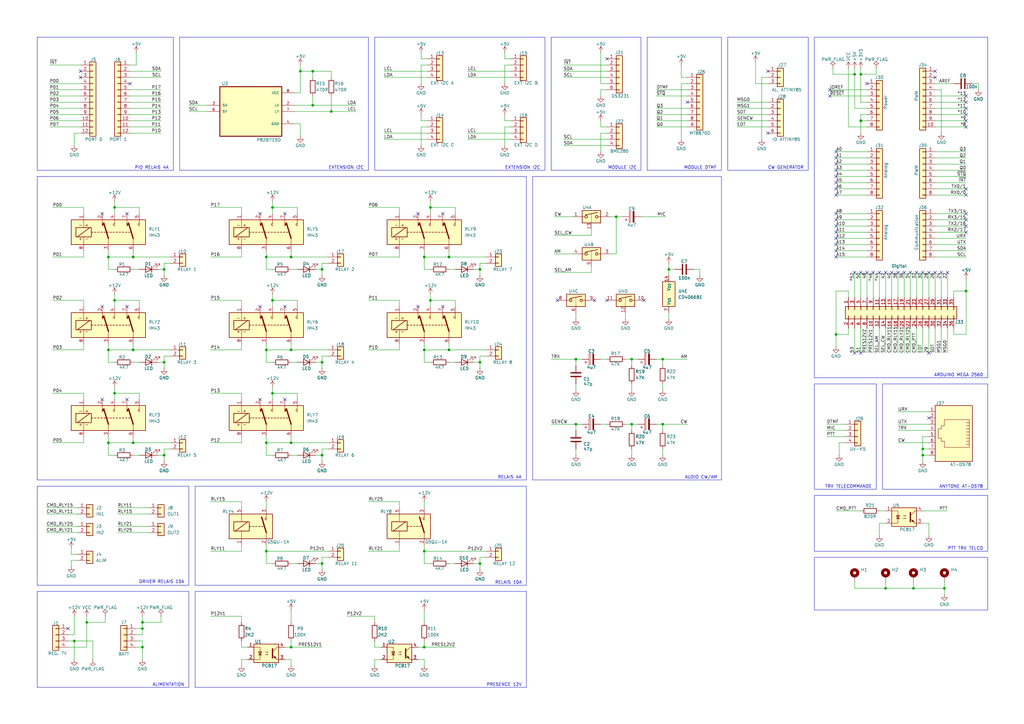
<source format=kicad_sch>
(kicad_sch (version 20250114) (generator "eeschema") (generator_version "9.0")
  (paper "A3")
  (title_block (title "Interface DTMF Mega") (date "mar. 31 mars 2015") (rev "1A") (company "F1ZIC - Nicolas F4ISE"))
  (rectangle (start 80.01 199.39) (end 215.9 240.03))
  (rectangle (start 226.06 15.24) (end 262.89 69.85))
  (rectangle (start 15.24 199.39) (end 77.47 240.03))
  (rectangle (start 334.01 15.24) (end 405.13 154.94))
  (rectangle (start 15.24 242.57) (end 77.47 281.94))
  (rectangle (start 80.01 242.57) (end 215.9 281.94))
  (rectangle (start 361.95 157.48) (end 405.13 200.66))
  (rectangle (start 334.01 228.6) (end 405.13 250.19))
  (rectangle (start 334.01 157.48) (end 359.41 200.66))
  (rectangle (start 265.43 15.24) (end 295.91 69.85))
  (rectangle (start 153.67 15.24) (end 223.52 69.85))
  (rectangle (start 73.66 15.24) (end 151.13 69.85))
  (rectangle (start 218.44 72.39) (end 295.91 196.85))
  (rectangle (start 298.45 15.24) (end 331.47 69.85))
  (rectangle (start 334.01 203.2) (end 405.13 226.06))
  (rectangle (start 15.24 15.24) (end 71.12 69.85))
  (rectangle (start 15.24 72.39) (end 215.9 196.85))
  (text "ALIMENTATION" (at 69.088 280.924 0) (effects (font (size 1.27 1.27))))
  (text "ANYTONE AT-D578" (at 394.208 199.644 0) (effects (font (size 1.27 1.27))))
  (text "CW GENERATOR" (at 322.326 68.834 0) (effects (font (size 1.27 1.27))))
  (text "MODULE DTMF" (at 287.274 68.834 0) (effects (font (size 1.27 1.27))))
  (text "TRX TELECOMMANDE" (at 347.98 199.644 0) (effects (font (size 1.27 1.27))))
  (text "PIO RELAIS 4A" (at 62.23 68.834 0) (effects (font (size 1.27 1.27))))
  (text "PTT TRX TELCO" (at 395.986 225.044 0) (effects (font (size 1.27 1.27))))
  (text "RELAIS 4A" (at 209.042 195.834 0) (effects (font (size 1.27 1.27))))
  (text "MODULE I2C" (at 255.27 68.834 0) (effects (font (size 1.27 1.27))))
  (text "ARDUINO MEGA 2560" (at 393.192 153.924 0) (effects (font (size 1.27 1.27))))
  (text "EXTENSION I2C" (at 141.986 68.834 0) (effects (font (size 1.27 1.27))))
  (text "EXTENSION I2C" (at 214.376 68.834 0) (effects (font (size 1.27 1.27))))
  (text "PRESENCE 12V" (at 206.756 280.924 0) (effects (font (size 1.27 1.27))))
  (text "DRIVER RELAIS 10A" (at 66.294 238.76 0) (effects (font (size 1.27 1.27))))
  (text "AUDIO CW/AM" (at 287.528 195.834 0) (effects (font (size 1.27 1.27))))
  (text "RELAIS 10A" (at 208.534 239.014 0) (effects (font (size 1.27 1.27))))
  (junction (at 111.76 161.29))
  (junction (at 109.22 105.41))
  (junction (at 109.22 143.51))
  (junction (at 119.38 181.61))
  (junction (at 44.45 105.41))
  (junction (at 176.53 123.19))
  (junction (at 274.32 110.49))
  (junction (at 184.15 143.51))
  (junction (at 128.27 29.21))
  (junction (at 128.27 43.18))
  (junction (at 196.85 231.14))
  (junction (at 173.99 143.51))
  (junction (at 44.45 181.61))
  (junction (at 111.76 85.09))
  (junction (at 173.99 105.41))
  (junction (at 259.08 173.99))
  (junction (at 67.31 110.49))
  (junction (at 132.08 186.69))
  (junction (at 119.38 143.51))
  (junction (at 353.06 49.53) (diameter 1.016))
  (junction (at 119.38 265.43))
  (junction (at 350.52 30.48))
  (junction (at 54.61 181.61))
  (junction (at 58.42 265.43))
  (junction (at 236.22 173.99))
  (junction (at 196.85 148.59))
  (junction (at 111.76 123.19))
  (junction (at 58.42 255.27))
  (junction (at 176.53 85.09))
  (junction (at 132.08 231.14))
  (junction (at 252.73 88.9))
  (junction (at 119.38 105.41))
  (junction (at 374.65 241.3))
  (junction (at 353.06 30.48))
  (junction (at 67.31 148.59))
  (junction (at 132.08 110.49))
  (junction (at 342.9 137.16))
  (junction (at 173.99 265.43))
  (junction (at 259.08 147.32))
  (junction (at 46.99 123.19))
  (junction (at 378.46 184.15))
  (junction (at 35.56 255.27))
  (junction (at 363.22 241.3))
  (junction (at 396.24 119.38))
  (junction (at 54.61 143.51))
  (junction (at 236.22 147.32))
  (junction (at 109.22 226.06))
  (junction (at 30.48 262.89))
  (junction (at 378.46 186.69))
  (junction (at 196.85 110.49))
  (junction (at 58.42 257.81))
  (junction (at 67.31 186.69))
  (junction (at 46.99 85.09))
  (junction (at 135.89 45.72))
  (junction (at 44.45 143.51))
  (junction (at 271.78 147.32))
  (junction (at 109.22 181.61))
  (junction (at 387.35 241.3))
  (junction (at 184.15 105.41))
  (junction (at 173.99 226.06))
  (junction (at 46.99 161.29))
  (junction (at 54.61 105.41))
  (junction (at 271.78 173.99))
  (junction (at 132.08 148.59))
  (junction (at 123.19 29.21))
  (no_connect (at 52.07 163.83))
  (no_connect (at 381 171.45))
  (no_connect (at 53.34 34.29))
  (no_connect (at 33.02 29.21))
  (no_connect (at 355.6 34.29))
  (no_connect (at 381 111.76))
  (no_connect (at 41.91 87.63))
  (no_connect (at 373.38 111.76))
  (no_connect (at 378.46 111.76))
  (no_connect (at 360.68 111.76))
  (no_connect (at 375.92 111.76))
  (no_connect (at 396.24 52.07))
  (no_connect (at 350.52 144.78))
  (no_connect (at 342.9 69.85))
  (no_connect (at 365.76 111.76))
  (no_connect (at 314.96 54.61))
  (no_connect (at 41.91 125.73))
  (no_connect (at 314.96 29.21))
  (no_connect (at 363.22 111.76))
  (no_connect (at 41.91 163.83))
  (no_connect (at 248.92 123.19))
  (no_connect (at 396.24 92.71))
  (no_connect (at 396.24 95.25))
  (no_connect (at 342.9 87.63))
  (no_connect (at 353.06 144.78))
  (no_connect (at 388.62 111.76))
  (no_connect (at 342.9 90.17))
  (no_connect (at 181.61 87.63))
  (no_connect (at 396.24 49.53))
  (no_connect (at 342.9 77.47))
  (no_connect (at 381 144.78))
  (no_connect (at 353.06 111.76))
  (no_connect (at 342.9 72.39))
  (no_connect (at 106.68 163.83))
  (no_connect (at 340.36 39.37))
  (no_connect (at 340.36 36.83))
  (no_connect (at 383.54 31.75))
  (no_connect (at 396.24 39.37))
  (no_connect (at 342.9 102.87))
  (no_connect (at 281.94 41.91))
  (no_connect (at 350.52 111.76))
  (no_connect (at 396.24 90.17))
  (no_connect (at 342.9 92.71))
  (no_connect (at 342.9 64.77))
  (no_connect (at 106.68 87.63))
  (no_connect (at 228.6 123.19))
  (no_connect (at 396.24 46.99))
  (no_connect (at 342.9 95.25))
  (no_connect (at 396.24 77.47))
  (no_connect (at 396.24 44.45))
  (no_connect (at 181.61 125.73))
  (no_connect (at 370.84 111.76))
  (no_connect (at 342.9 105.41))
  (no_connect (at 396.24 41.91))
  (no_connect (at 171.45 125.73))
  (no_connect (at 342.9 62.23))
  (no_connect (at 52.07 125.73))
  (no_connect (at 355.6 111.76))
  (no_connect (at 33.02 31.75))
  (no_connect (at 243.84 123.19))
  (no_connect (at 116.84 163.83))
  (no_connect (at 106.68 125.73))
  (no_connect (at 342.9 97.79))
  (no_connect (at 386.08 111.76))
  (no_connect (at 342.9 100.33))
  (no_connect (at 116.84 87.63))
  (no_connect (at 171.45 87.63))
  (no_connect (at 342.9 80.01))
  (no_connect (at 27.94 257.81))
  (no_connect (at 396.24 80.01))
  (no_connect (at 52.07 87.63))
  (no_connect (at 248.92 24.13))
  (no_connect (at 396.24 87.63))
  (no_connect (at 264.16 123.19))
  (no_connect (at 116.84 125.73))
  (no_connect (at 358.14 111.76))
  (no_connect (at 342.9 74.93))
  (no_connect (at 342.9 67.31))
  (no_connect (at 368.3 111.76))
  (no_connect (at 383.54 29.21))
  (no_connect (at 383.54 111.76))
  (wire (pts (xy 31.75 227.33) (xy 29.21 227.33)))
  (wire (pts (xy 383.54 80.01) (xy 396.24 80.01)))
  (wire (pts (xy 163.83 102.87) (xy 163.83 105.41)))
  (wire (pts (xy 191.77 57.15) (xy 209.55 57.15)))
  (wire (pts (xy 35.56 265.43) (xy 35.56 255.27)))
  (wire (pts (xy 38.1 262.89) (xy 38.1 270.51)))
  (wire (pts (xy 99.06 85.09) (xy 99.06 87.63)))
  (wire (pts (xy 342.9 80.01) (xy 355.6 80.01)))
  (wire (pts (xy 119.38 105.41) (xy 134.62 105.41)))
  (wire (pts (xy 44.45 140.97) (xy 44.45 143.51)))
  (wire (pts (xy 119.38 231.14) (xy 121.92 231.14)))
  (wire (pts (xy 53.34 49.53) (xy 66.04 49.53)))
  (wire (pts (xy 383.54 46.99) (xy 396.24 46.99)))
  (wire (pts (xy 246.38 173.99) (xy 248.92 173.99)))
  (wire (pts (xy 365.76 111.76) (xy 365.76 121.92)))
  (wire (pts (xy 259.08 147.32) (xy 259.08 149.86)))
  (wire (pts (xy 271.78 147.32) (xy 271.78 149.86)))
  (wire (pts (xy 271.78 173.99) (xy 281.94 173.99)))
  (wire (pts (xy 69.85 146.05) (xy 67.31 146.05)))
  (wire (pts (xy 186.69 125.73) (xy 186.69 123.19)))
  (wire (pts (xy 184.15 231.14) (xy 186.69 231.14)))
  (wire (pts (xy 109.22 148.59) (xy 111.76 148.59)))
  (wire (pts (xy 314.96 31.75) (xy 312.42 31.75)))
  (wire (pts (xy 368.3 111.76) (xy 368.3 121.92)))
  (wire (pts (xy 347.98 119.38) (xy 347.98 121.92)))
  (wire (pts (xy 269.24 173.99) (xy 271.78 173.99)))
  (wire (pts (xy 99.06 102.87) (xy 99.06 105.41)))
  (wire (pts (xy 99.06 205.74) (xy 99.06 208.28)))
  (wire (pts (xy 173.99 265.43) (xy 186.69 265.43)))
  (wire (pts (xy 109.22 181.61) (xy 119.38 181.61)))
  (wire (pts (xy 173.99 143.51) (xy 173.99 148.59)))
  (wire (pts (xy 53.34 46.99) (xy 66.04 46.99)))
  (wire (pts (xy 368.3 173.99) (xy 381 173.99)))
  (wire (pts (xy 157.48 54.61) (xy 175.26 54.61)))
  (wire (pts (xy 151.13 205.74) (xy 163.83 205.74)))
  (wire (pts (xy 132.08 107.95) (xy 132.08 110.49)))
  (wire (pts (xy 53.34 26.67) (xy 55.88 26.67)))
  (wire (pts (xy 347.98 119.38) (xy 342.9 119.38)))
  (wire (pts (xy 119.38 181.61) (xy 134.62 181.61)))
  (wire (pts (xy 119.38 273.05) (xy 119.38 270.51)))
  (wire (pts (xy 156.21 265.43) (xy 153.67 265.43)))
  (wire (pts (xy 53.34 44.45) (xy 66.04 44.45)))
  (wire (pts (xy 134.62 228.6) (xy 132.08 228.6)))
  (wire (pts (xy 231.14 57.15) (xy 248.92 57.15)))
  (wire (pts (xy 383.54 92.71) (xy 396.24 92.71)))
  (wire (pts (xy 353.06 46.99) (xy 353.06 49.53)))
  (wire (pts (xy 53.34 36.83) (xy 66.04 36.83)))
  (wire (pts (xy 231.14 31.75) (xy 248.92 31.75)))
  (wire (pts (xy 363.22 241.3) (xy 363.22 238.76)))
  (wire (pts (xy 135.89 45.72) (xy 146.05 45.72)))
  (wire (pts (xy 119.38 250.19) (xy 119.38 255.27)))
  (wire (pts (xy 236.22 128.27) (xy 236.22 130.81)))
  (wire (pts (xy 370.84 134.62) (xy 370.84 144.78)))
  (wire (pts (xy 342.9 74.93) (xy 355.6 74.93)))
  (wire (pts (xy 44.45 105.41) (xy 44.45 110.49)))
  (wire (pts (xy 33.02 44.45) (xy 20.32 44.45)))
  (wire (pts (xy 153.67 262.89) (xy 153.67 265.43)))
  (wire (pts (xy 378.46 186.69) (xy 378.46 189.23)))
  (wire (pts (xy 375.92 111.76) (xy 375.92 121.92)))
  (wire (pts (xy 207.01 52.07) (xy 207.01 59.69)))
  (wire (pts (xy 34.29 161.29) (xy 34.29 163.83)))
  (wire (pts (xy 55.88 265.43) (xy 58.42 265.43)))
  (wire (pts (xy 172.72 26.67) (xy 172.72 34.29)))
  (wire (pts (xy 353.06 111.76) (xy 353.06 121.92)))
  (wire (pts (xy 388.62 111.76) (xy 388.62 121.92)))
  (wire (pts (xy 173.99 143.51) (xy 184.15 143.51)))
  (wire (pts (xy 27.94 260.35) (xy 30.48 260.35)))
  (wire (pts (xy 269.24 36.83) (xy 281.94 36.83)))
  (wire (pts (xy 120.65 50.8) (xy 123.19 50.8)))
  (wire (pts (xy 153.67 252.73) (xy 153.67 255.27)))
  (wire (pts (xy 121.92 125.73) (xy 121.92 123.19)))
  (wire (pts (xy 191.77 29.21) (xy 209.55 29.21)))
  (wire (pts (xy 191.77 54.61) (xy 209.55 54.61)))
  (wire (pts (xy 135.89 29.21) (xy 135.89 31.75)))
  (wire (pts (xy 175.26 26.67) (xy 172.72 26.67)))
  (wire (pts (xy 184.15 143.51) (xy 199.39 143.51)))
  (wire (pts (xy 86.36 105.41) (xy 99.06 105.41)))
  (wire (pts (xy 132.08 148.59) (xy 132.08 151.13)))
  (wire (pts (xy 119.38 181.61) (xy 119.38 179.07)))
  (wire (pts (xy 33.02 41.91) (xy 20.32 41.91)))
  (wire (pts (xy 347.98 137.16) (xy 347.98 134.62)))
  (wire (pts (xy 353.06 49.53) (xy 353.06 54.61)))
  (wire (pts (xy 199.39 228.6) (xy 196.85 228.6)))
  (wire (pts (xy 269.24 147.32) (xy 271.78 147.32)))
  (wire (pts (xy 346.71 181.61) (xy 344.17 181.61)))
  (wire (pts (xy 360.68 209.55) (xy 363.22 209.55)))
  (wire (pts (xy 34.29 102.87) (xy 34.29 105.41)))
  (wire (pts (xy 199.39 146.05) (xy 196.85 146.05)))
  (wire (pts (xy 58.42 255.27) (xy 58.42 257.81)))
  (wire (pts (xy 383.54 134.62) (xy 383.54 144.78)))
  (wire (pts (xy 396.24 119.38) (xy 396.24 137.16)))
  (wire (pts (xy 353.06 41.91) (xy 355.6 41.91)))
  (wire (pts (xy 274.32 128.27) (xy 274.32 130.81)))
  (wire (pts (xy 363.22 111.76) (xy 363.22 121.92)))
  (wire (pts (xy 173.99 102.87) (xy 173.99 105.41)))
  (wire (pts (xy 58.42 252.73) (xy 58.42 255.27)))
  (wire (pts (xy 274.32 107.95) (xy 274.32 110.49)))
  (wire (pts (xy 119.38 143.51) (xy 119.38 140.97)))
  (wire (pts (xy 44.45 179.07) (xy 44.45 181.61)))
  (wire (pts (xy 54.61 181.61) (xy 54.61 179.07)))
  (wire (pts (xy 350.52 44.45) (xy 355.6 44.45)))
  (wire (pts (xy 381 179.07) (xy 378.46 179.07)))
  (wire (pts (xy 373.38 134.62) (xy 373.38 144.78)))
  (wire (pts (xy 64.77 110.49) (xy 67.31 110.49)))
  (wire (pts (xy 99.06 252.73) (xy 99.06 255.27)))
  (wire (pts (xy 242.57 93.98) (xy 242.57 96.52)))
  (wire (pts (xy 350.52 27.94) (xy 350.52 30.48)))
  (wire (pts (xy 312.42 31.75) (xy 312.42 57.15)))
  (wire (pts (xy 342.9 105.41) (xy 355.6 105.41)))
  (wire (pts (xy 246.38 147.32) (xy 248.92 147.32)))
  (wire (pts (xy 358.14 134.62) (xy 358.14 144.78)))
  (wire (pts (xy 54.61 143.51) (xy 69.85 143.51)))
  (wire (pts (xy 53.34 41.91) (xy 66.04 41.91)))
  (wire (pts (xy 86.36 205.74) (xy 99.06 205.74)))
  (wire (pts (xy 231.14 29.21) (xy 248.92 29.21)))
  (wire (pts (xy 48.26 210.82) (xy 60.96 210.82)))
  (wire (pts (xy 381 134.62) (xy 381 144.78)))
  (wire (pts (xy 44.45 148.59) (xy 46.99 148.59)))
  (wire (pts (xy 196.85 107.95) (xy 196.85 110.49)))
  (wire (pts (xy 132.08 146.05) (xy 132.08 148.59)))
  (wire (pts (xy 77.47 45.72) (xy 85.09 45.72)))
  (wire (pts (xy 109.22 105.41) (xy 109.22 110.49)))
  (wire (pts (xy 342.9 137.16) (xy 342.9 142.24)))
  (wire (pts (xy 27.94 265.43) (xy 35.56 265.43)))
  (wire (pts (xy 119.38 186.69) (xy 121.92 186.69)))
  (wire (pts (xy 186.69 87.63) (xy 186.69 85.09)))
  (wire (pts (xy 172.72 24.13) (xy 175.26 24.13)))
  (wire (pts (xy 134.62 107.95) (xy 132.08 107.95)))
  (wire (pts (xy 64.77 186.69) (xy 67.31 186.69)))
  (wire (pts (xy 271.78 157.48) (xy 271.78 160.02)))
  (wire (pts (xy 350.52 241.3) (xy 363.22 241.3)))
  (wire (pts (xy 58.42 262.89) (xy 58.42 265.43)))
  (wire (pts (xy 383.54 39.37) (xy 396.24 39.37)))
  (wire (pts (xy 353.06 27.94) (xy 353.06 30.48)))
  (wire (pts (xy 44.45 110.49) (xy 46.99 110.49)))
  (wire (pts (xy 383.54 62.23) (xy 396.24 62.23)))
  (wire (pts (xy 196.85 231.14) (xy 196.85 233.68)))
  (wire (pts (xy 54.61 148.59) (xy 57.15 148.59)))
  (wire (pts (xy 128.27 29.21) (xy 128.27 31.75)))
  (wire (pts (xy 109.22 110.49) (xy 111.76 110.49)))
  (wire (pts (xy 355.6 62.23) (xy 342.9 62.23)))
  (wire (pts (xy 101.6 265.43) (xy 99.06 265.43)))
  (wire (pts (xy 209.55 52.07) (xy 207.01 52.07)))
  (wire (pts (xy 383.54 41.91) (xy 396.24 41.91)))
  (wire (pts (xy 109.22 186.69) (xy 111.76 186.69)))
  (wire (pts (xy 163.83 140.97) (xy 163.83 143.51)))
  (wire (pts (xy 355.6 102.87) (xy 342.9 102.87)))
  (wire (pts (xy 341.63 30.48) (xy 350.52 30.48)))
  (wire (pts (xy 44.45 181.61) (xy 54.61 181.61)))
  (wire (pts (xy 269.24 44.45) (xy 281.94 44.45)))
  (wire (pts (xy 53.34 54.61) (xy 66.04 54.61)))
  (wire (pts (xy 99.06 161.29) (xy 99.06 163.83)))
  (wire (pts (xy 383.54 64.77) (xy 396.24 64.77)))
  (wire (pts (xy 54.61 105.41) (xy 54.61 102.87)))
  (wire (pts (xy 368.3 176.53) (xy 381 176.53)))
  (wire (pts (xy 86.36 123.19) (xy 99.06 123.19)))
  (wire (pts (xy 207.01 49.53) (xy 209.55 49.53)))
  (wire (pts (xy 173.99 226.06) (xy 199.39 226.06)))
  (wire (pts (xy 279.4 26.67) (xy 279.4 31.75)))
  (wire (pts (xy 256.54 147.32) (xy 259.08 147.32)))
  (wire (pts (xy 383.54 100.33) (xy 396.24 100.33)))
  (wire (pts (xy 387.35 241.3) (xy 387.35 243.84)))
  (wire (pts (xy 44.45 102.87) (xy 44.45 105.41)))
  (wire (pts (xy 173.99 226.06) (xy 173.99 231.14)))
  (wire (pts (xy 259.08 173.99) (xy 261.62 173.99)))
  (wire (pts (xy 151.13 85.09) (xy 163.83 85.09)))
  (wire (pts (xy 21.59 85.09) (xy 34.29 85.09)))
  (wire (pts (xy 302.26 46.99) (xy 314.96 46.99)))
  (wire (pts (xy 226.06 147.32) (xy 236.22 147.32)))
  (wire (pts (xy 86.36 85.09) (xy 99.06 85.09)))
  (wire (pts (xy 176.53 85.09) (xy 186.69 85.09)))
  (wire (pts (xy 246.38 34.29) (xy 246.38 21.59)))
  (wire (pts (xy 109.22 105.41) (xy 119.38 105.41)))
  (wire (pts (xy 58.42 260.35) (xy 58.42 257.81)))
  (wire (pts (xy 123.19 50.8) (xy 123.19 55.88)))
  (wire (pts (xy 373.38 111.76) (xy 373.38 121.92)))
  (wire (pts (xy 135.89 39.37) (xy 135.89 45.72)))
  (wire (pts (xy 173.99 148.59) (xy 176.53 148.59)))
  (wire (pts (xy 173.99 105.41) (xy 184.15 105.41)))
  (wire (pts (xy 67.31 184.15) (xy 67.31 186.69)))
  (wire (pts (xy 132.08 184.15) (xy 132.08 186.69)))
  (wire (pts (xy 54.61 143.51) (xy 54.61 140.97)))
  (wire (pts (xy 378.46 209.55) (xy 388.62 209.55)))
  (wire (pts (xy 302.26 52.07) (xy 314.96 52.07)))
  (wire (pts (xy 398.78 34.29) (xy 401.32 34.29)))
  (wire (pts (xy 129.54 231.14) (xy 132.08 231.14)))
  (wire (pts (xy 358.14 111.76) (xy 358.14 121.92)))
  (wire (pts (xy 347.98 137.16) (xy 342.9 137.16)))
  (wire (pts (xy 109.22 181.61) (xy 109.22 186.69)))
  (wire (pts (xy 391.16 137.16) (xy 391.16 134.62)))
  (wire (pts (xy 250.19 104.14) (xy 252.73 104.14)))
  (wire (pts (xy 184.15 143.51) (xy 184.15 140.97)))
  (wire (pts (xy 99.06 140.97) (xy 99.06 143.51)))
  (wire (pts (xy 46.99 163.83) (xy 46.99 161.29)))
  (wire (pts (xy 67.31 110.49) (xy 67.31 113.03)))
  (wire (pts (xy 350.52 241.3) (xy 350.52 238.76)))
  (wire (pts (xy 119.38 262.89) (xy 119.38 265.43)))
  (wire (pts (xy 378.46 214.63) (xy 381 214.63)))
  (wire (pts (xy 383.54 49.53) (xy 396.24 49.53)))
  (wire (pts (xy 381 111.76) (xy 381 121.92)))
  (wire (pts (xy 184.15 148.59) (xy 186.69 148.59)))
  (wire (pts (xy 86.36 226.06) (xy 99.06 226.06)))
  (wire (pts (xy 176.53 87.63) (xy 176.53 85.09)))
  (wire (pts (xy 34.29 123.19) (xy 34.29 125.73)))
  (wire (pts (xy 163.83 123.19) (xy 163.83 125.73)))
  (wire (pts (xy 46.99 85.09) (xy 57.15 85.09)))
  (wire (pts (xy 129.54 186.69) (xy 132.08 186.69)))
  (wire (pts (xy 378.46 111.76) (xy 378.46 121.92)))
  (wire (pts (xy 359.41 27.94) (xy 359.41 30.48)))
  (wire (pts (xy 252.73 104.14) (xy 252.73 88.9)))
  (wire (pts (xy 360.68 134.62) (xy 360.68 144.78)))
  (wire (pts (xy 378.46 134.62) (xy 378.46 144.78)))
  (wire (pts (xy 355.6 134.62) (xy 355.6 144.78)))
  (wire (pts (xy 386.08 111.76) (xy 386.08 121.92)))
  (wire (pts (xy 172.72 49.53) (xy 175.26 49.53)))
  (wire (pts (xy 252.73 88.9) (xy 250.19 88.9)))
  (wire (pts (xy 383.54 69.85) (xy 396.24 69.85)))
  (wire (pts (xy 132.08 186.69) (xy 132.08 189.23)))
  (wire (pts (xy 209.55 26.67) (xy 207.01 26.67)))
  (wire (pts (xy 46.99 120.65) (xy 46.99 123.19)))
  (wire (pts (xy 339.09 173.99) (xy 346.71 173.99)))
  (wire (pts (xy 302.26 41.91) (xy 314.96 41.91)))
  (wire (pts (xy 365.76 134.62) (xy 365.76 144.78)))
  (wire (pts (xy 238.76 173.99) (xy 236.22 173.99)))
  (wire (pts (xy 53.34 31.75) (xy 66.04 31.75)))
  (wire (pts (xy 184.15 105.41) (xy 199.39 105.41)))
  (wire (pts (xy 287.02 110.49) (xy 287.02 113.03)))
  (wire (pts (xy 129.54 148.59) (xy 132.08 148.59)))
  (wire (pts (xy 19.05 215.9) (xy 31.75 215.9)))
  (wire (pts (xy 360.68 111.76) (xy 360.68 121.92)))
  (wire (pts (xy 21.59 105.41) (xy 34.29 105.41)))
  (wire (pts (xy 340.36 36.83) (xy 355.6 36.83)))
  (wire (pts (xy 48.26 208.28) (xy 60.96 208.28)))
  (wire (pts (xy 57.15 125.73) (xy 57.15 123.19)))
  (wire (pts (xy 339.09 179.07) (xy 346.71 179.07)))
  (wire (pts (xy 173.99 105.41) (xy 173.99 110.49)))
  (wire (pts (xy 109.22 205.74) (xy 109.22 208.28)))
  (wire (pts (xy 44.45 143.51) (xy 44.45 148.59)))
  (wire (pts (xy 269.24 52.07) (xy 281.94 52.07)))
  (wire (pts (xy 67.31 107.95) (xy 67.31 110.49)))
  (wire (pts (xy 101.6 270.51) (xy 99.06 270.51)))
  (wire (pts (xy 109.22 231.14) (xy 111.76 231.14)))
  (wire (pts (xy 111.76 87.63) (xy 111.76 85.09)))
  (wire (pts (xy 194.31 110.49) (xy 196.85 110.49)))
  (wire (pts (xy 163.83 205.74) (xy 163.83 208.28)))
  (wire (pts (xy 109.22 102.87) (xy 109.22 105.41)))
  (wire (pts (xy 246.38 54.61) (xy 246.38 62.23)))
  (wire (pts (xy 383.54 90.17) (xy 396.24 90.17)))
  (wire (pts (xy 55.88 257.81) (xy 58.42 257.81)))
  (wire (pts (xy 396.24 114.3) (xy 396.24 119.38)))
  (wire (pts (xy 77.47 43.18) (xy 85.09 43.18)))
  (wire (pts (xy 66.04 255.27) (xy 58.42 255.27)))
  (wire (pts (xy 246.38 52.07) (xy 248.92 52.07)))
  (wire (pts (xy 29.21 227.33) (xy 29.21 224.79)))
  (wire (pts (xy 53.34 52.07) (xy 66.04 52.07)))
  (wire (pts (xy 386.08 36.83) (xy 386.08 54.61)))
  (wire (pts (xy 157.48 57.15) (xy 175.26 57.15)))
  (wire (pts (xy 53.34 39.37) (xy 66.04 39.37)))
  (wire (pts (xy 383.54 105.41) (xy 396.24 105.41)))
  (wire (pts (xy 176.53 82.55) (xy 176.53 85.09)))
  (wire (pts (xy 248.92 34.29) (xy 246.38 34.29)))
  (wire (pts (xy 123.19 29.21) (xy 123.19 26.67)))
  (wire (pts (xy 359.41 30.48) (xy 353.06 30.48)))
  (wire (pts (xy 86.36 143.51) (xy 99.06 143.51)))
  (wire (pts (xy 69.85 107.95) (xy 67.31 107.95)))
  (wire (pts (xy 284.48 110.49) (xy 287.02 110.49)))
  (wire (pts (xy 33.02 49.53) (xy 20.32 49.53)))
  (wire (pts (xy 383.54 34.29) (xy 391.16 34.29)))
  (wire (pts (xy 44.45 143.51) (xy 54.61 143.51)))
  (wire (pts (xy 391.16 119.38) (xy 396.24 119.38)))
  (wire (pts (xy 383.54 97.79) (xy 396.24 97.79)))
  (wire (pts (xy 342.9 95.25) (xy 355.6 95.25)))
  (wire (pts (xy 119.38 105.41) (xy 119.38 102.87)))
  (wire (pts (xy 21.59 181.61) (xy 34.29 181.61)))
  (wire (pts (xy 19.05 218.44) (xy 31.75 218.44)))
  (wire (pts (xy 151.13 105.41) (xy 163.83 105.41)))
  (wire (pts (xy 259.08 147.32) (xy 261.62 147.32)))
  (wire (pts (xy 391.16 119.38) (xy 391.16 121.92)))
  (wire (pts (xy 123.19 38.1) (xy 123.19 29.21)))
  (wire (pts (xy 355.6 67.31) (xy 342.9 67.31)))
  (wire (pts (xy 151.13 226.06) (xy 163.83 226.06)))
  (wire (pts (xy 196.85 228.6) (xy 196.85 231.14)))
  (wire (pts (xy 340.36 39.37) (xy 355.6 39.37)))
  (wire (pts (xy 99.06 123.19) (xy 99.06 125.73)))
  (wire (pts (xy 226.06 173.99) (xy 236.22 173.99)))
  (wire (pts (xy 172.72 52.07) (xy 172.72 59.69)))
  (wire (pts (xy 69.85 184.15) (xy 67.31 184.15)))
  (wire (pts (xy 378.46 184.15) (xy 378.46 186.69)))
  (wire (pts (xy 21.59 123.19) (xy 34.29 123.19)))
  (wire (pts (xy 383.54 87.63) (xy 396.24 87.63)))
  (wire (pts (xy 355.6 49.53) (xy 353.06 49.53)))
  (wire (pts (xy 67.31 146.05) (xy 67.31 148.59)))
  (wire (pts (xy 157.48 29.21) (xy 175.26 29.21)))
  (wire (pts (xy 151.13 123.19) (xy 163.83 123.19)))
  (wire (pts (xy 33.02 26.67) (xy 20.32 26.67)))
  (wire (pts (xy 279.4 31.75) (xy 281.94 31.75)))
  (wire (pts (xy 33.02 52.07) (xy 20.32 52.07)))
  (wire (pts (xy 55.88 260.35) (xy 58.42 260.35)))
  (wire (pts (xy 142.24 252.73) (xy 153.67 252.73)))
  (wire (pts (xy 271.78 147.32) (xy 281.94 147.32)))
  (wire (pts (xy 246.38 49.53) (xy 246.38 52.07)))
  (wire (pts (xy 387.35 241.3) (xy 387.35 238.76)))
  (wire (pts (xy 378.46 184.15) (xy 381 184.15)))
  (wire (pts (xy 119.38 143.51) (xy 134.62 143.51)))
  (wire (pts (xy 58.42 265.43) (xy 58.42 270.51)))
  (wire (pts (xy 172.72 21.59) (xy 172.72 24.13)))
  (wire (pts (xy 67.31 186.69) (xy 67.31 189.23)))
  (wire (pts (xy 199.39 107.95) (xy 196.85 107.95)))
  (wire (pts (xy 191.77 31.75) (xy 209.55 31.75)))
  (wire (pts (xy 368.3 168.91) (xy 381 168.91)))
  (wire (pts (xy 314.96 34.29) (xy 309.88 34.29)))
  (wire (pts (xy 55.88 26.67) (xy 55.88 21.59)))
  (wire (pts (xy 111.76 82.55) (xy 111.76 85.09)))
  (wire (pts (xy 207.01 24.13) (xy 209.55 24.13)))
  (wire (pts (xy 339.09 176.53) (xy 346.71 176.53)))
  (wire (pts (xy 109.22 179.07) (xy 109.22 181.61)))
  (wire (pts (xy 33.02 54.61) (xy 30.48 54.61)))
  (wire (pts (xy 368.3 181.61) (xy 381 181.61)))
  (wire (pts (xy 355.6 52.07) (xy 347.98 52.07)))
  (wire (pts (xy 194.31 148.59) (xy 196.85 148.59)))
  (wire (pts (xy 99.06 262.89) (xy 99.06 265.43)))
  (wire (pts (xy 350.52 111.76) (xy 350.52 121.92)))
  (wire (pts (xy 132.08 228.6) (xy 132.08 231.14)))
  (wire (pts (xy 86.36 181.61) (xy 99.06 181.61)))
  (wire (pts (xy 281.94 34.29) (xy 279.4 34.29)))
  (wire (pts (xy 46.99 125.73) (xy 46.99 123.19)))
  (wire (pts (xy 109.22 143.51) (xy 119.38 143.51)))
  (wire (pts (xy 33.02 46.99) (xy 20.32 46.99)))
  (wire (pts (xy 342.9 64.77) (xy 355.6 64.77)))
  (wire (pts (xy 363.22 241.3) (xy 374.65 241.3)))
  (wire (pts (xy 173.99 205.74) (xy 173.99 208.28)))
  (wire (pts (xy 184.15 105.41) (xy 184.15 102.87)))
  (wire (pts (xy 132.08 231.14) (xy 132.08 233.68)))
  (wire (pts (xy 173.99 250.19) (xy 173.99 255.27)))
  (wire (pts (xy 269.24 49.53) (xy 281.94 49.53)))
  (wire (pts (xy 173.99 140.97) (xy 173.99 143.51)))
  (wire (pts (xy 19.05 208.28) (xy 31.75 208.28)))
  (wire (pts (xy 157.48 31.75) (xy 175.26 31.75)))
  (wire (pts (xy 109.22 140.97) (xy 109.22 143.51)))
  (wire (pts (xy 153.67 270.51) (xy 153.67 273.05)))
  (wire (pts (xy 353.06 134.62) (xy 353.06 144.78)))
  (wire (pts (xy 231.14 26.67) (xy 248.92 26.67)))
  (wire (pts (xy 121.92 163.83) (xy 121.92 161.29)))
  (wire (pts (xy 35.56 255.27) (xy 35.56 252.73)))
  (wire (pts (xy 259.08 157.48) (xy 259.08 160.02)))
  (wire (pts (xy 111.76 158.75) (xy 111.76 161.29)))
  (wire (pts (xy 207.01 46.99) (xy 207.01 49.53)))
  (wire (pts (xy 248.92 54.61) (xy 246.38 54.61)))
  (wire (pts (xy 173.99 273.05) (xy 173.99 270.51)))
  (wire (pts (xy 374.65 241.3) (xy 374.65 238.76)))
  (wire (pts (xy 66.04 252.73) (xy 66.04 255.27)))
  (wire (pts (xy 381 186.69) (xy 378.46 186.69)))
  (wire (pts (xy 207.01 21.59) (xy 207.01 24.13)))
  (wire (pts (xy 375.92 134.62) (xy 375.92 144.78)))
  (wire (pts (xy 274.32 110.49) (xy 274.32 113.03)))
  (wire (pts (xy 381 214.63) (xy 381 219.71)))
  (wire (pts (xy 128.27 39.37) (xy 128.27 43.18)))
  (wire (pts (xy 355.6 92.71) (xy 342.9 92.71)))
  (wire (pts (xy 378.46 179.07) (xy 378.46 184.15)))
  (wire (pts (xy 57.15 163.83) (xy 57.15 161.29)))
  (wire (pts (xy 111.76 85.09) (xy 121.92 85.09)))
  (wire (pts (xy 236.22 157.48) (xy 236.22 160.02)))
  (wire (pts (xy 99.06 223.52) (xy 99.06 226.06)))
  (wire (pts (xy 350.52 134.62) (xy 350.52 144.78)))
  (wire (pts (xy 252.73 88.9) (xy 255.27 88.9)))
  (wire (pts (xy 363.22 214.63) (xy 360.68 214.63)))
  (wire (pts (xy 383.54 95.25) (xy 396.24 95.25)))
  (wire (pts (xy 54.61 105.41) (xy 69.85 105.41)))
  (wire (pts (xy 227.33 104.14) (xy 234.95 104.14)))
  (wire (pts (xy 383.54 36.83) (xy 386.08 36.83)))
  (wire (pts (xy 54.61 110.49) (xy 57.15 110.49)))
  (wire (pts (xy 368.3 134.62) (xy 368.3 144.78)))
  (wire (pts (xy 109.22 143.51) (xy 109.22 148.59)))
  (wire (pts (xy 262.89 88.9) (xy 273.05 88.9)))
  (wire (pts (xy 231.14 59.69) (xy 248.92 59.69)))
  (wire (pts (xy 44.45 181.61) (xy 44.45 186.69)))
  (wire (pts (xy 342.9 209.55) (xy 353.06 209.55)))
  (wire (pts (xy 119.38 265.43) (xy 116.84 265.43)))
  (wire (pts (xy 99.06 179.07) (xy 99.06 181.61)))
  (wire (pts (xy 173.99 270.51) (xy 171.45 270.51)))
  (wire (pts (xy 355.6 46.99) (xy 353.06 46.99)))
  (wire (pts (xy 111.76 161.29) (xy 121.92 161.29)))
  (wire (pts (xy 342.9 100.33) (xy 355.6 100.33)))
  (wire (pts (xy 184.15 110.49) (xy 186.69 110.49)))
  (wire (pts (xy 30.48 262.89) (xy 30.48 270.51)))
  (wire (pts (xy 236.22 147.32) (xy 238.76 147.32)))
  (wire (pts (xy 360.68 214.63) (xy 360.68 219.71)))
  (wire (pts (xy 54.61 181.61) (xy 69.85 181.61)))
  (wire (pts (xy 383.54 111.76) (xy 383.54 121.92)))
  (wire (pts (xy 176.53 123.19) (xy 186.69 123.19)))
  (wire (pts (xy 109.22 226.06) (xy 134.62 226.06)))
  (wire (pts (xy 44.45 105.41) (xy 54.61 105.41)))
  (wire (pts (xy 29.21 229.87) (xy 29.21 232.41)))
  (wire (pts (xy 176.53 120.65) (xy 176.53 123.19)))
  (wire (pts (xy 383.54 44.45) (xy 396.24 44.45)))
  (wire (pts (xy 236.22 176.53) (xy 236.22 173.99)))
  (wire (pts (xy 173.99 110.49) (xy 176.53 110.49)))
  (wire (pts (xy 370.84 111.76) (xy 370.84 121.92)))
  (wire (pts (xy 172.72 46.99) (xy 172.72 49.53)))
  (wire (pts (xy 44.45 186.69) (xy 46.99 186.69)))
  (wire (pts (xy 120.65 43.18) (xy 128.27 43.18)))
  (wire (pts (xy 30.48 54.61) (xy 30.48 59.69)))
  (wire (pts (xy 342.9 90.17) (xy 355.6 90.17)))
  (wire (pts (xy 109.22 223.52) (xy 109.22 226.06)))
  (wire (pts (xy 19.05 210.82) (xy 31.75 210.82)))
  (wire (pts (xy 119.38 270.51) (xy 116.84 270.51)))
  (wire (pts (xy 242.57 109.22) (xy 242.57 111.76)))
  (wire (pts (xy 341.63 27.94) (xy 341.63 30.48)))
  (wire (pts (xy 64.77 148.59) (xy 67.31 148.59)))
  (wire (pts (xy 302.26 44.45) (xy 314.96 44.45)))
  (wire (pts (xy 383.54 67.31) (xy 396.24 67.31)))
  (wire (pts (xy 120.65 38.1) (xy 123.19 38.1)))
  (wire (pts (xy 309.88 34.29) (xy 309.88 25.4)))
  (wire (pts (xy 111.76 120.65) (xy 111.76 123.19)))
  (wire (pts (xy 246.38 36.83) (xy 246.38 39.37)))
  (wire (pts (xy 176.53 125.73) (xy 176.53 123.19)))
  (wire (pts (xy 279.4 34.29) (xy 279.4 57.15)))
  (wire (pts (xy 342.9 69.85) (xy 355.6 69.85)))
  (wire (pts (xy 119.38 265.43) (xy 132.08 265.43)))
  (wire (pts (xy 175.26 52.07) (xy 172.72 52.07)))
  (wire (pts (xy 355.6 111.76) (xy 355.6 121.92)))
  (wire (pts (xy 67.31 148.59) (xy 67.31 151.13)))
  (wire (pts (xy 21.59 161.29) (xy 34.29 161.29)))
  (wire (pts (xy 173.99 262.89) (xy 173.99 265.43)))
  (wire (pts (xy 119.38 110.49) (xy 121.92 110.49)))
  (wire (pts (xy 256.54 173.99) (xy 259.08 173.99)))
  (wire (pts (xy 134.62 184.15) (xy 132.08 184.15)))
  (wire (pts (xy 383.54 102.87) (xy 396.24 102.87)))
  (wire (pts (xy 119.38 148.59) (xy 121.92 148.59)))
  (wire (pts (xy 128.27 43.18) (xy 146.05 43.18)))
  (wire (pts (xy 269.24 39.37) (xy 281.94 39.37)))
  (wire (pts (xy 86.36 161.29) (xy 99.06 161.29)))
  (wire (pts (xy 156.21 270.51) (xy 153.67 270.51)))
  (wire (pts (xy 163.83 85.09) (xy 163.83 87.63)))
  (wire (pts (xy 129.54 110.49) (xy 132.08 110.49)))
  (wire (pts (xy 173.99 223.52) (xy 173.99 226.06)))
  (wire (pts (xy 173.99 265.43) (xy 171.45 265.43)))
  (wire (pts (xy 396.24 137.16) (xy 391.16 137.16)))
  (wire (pts (xy 121.92 87.63) (xy 121.92 85.09)))
  (wire (pts (xy 21.59 143.51) (xy 34.29 143.51)))
  (wire (pts (xy 271.78 173.99) (xy 271.78 176.53)))
  (wire (pts (xy 227.33 88.9) (xy 234.95 88.9)))
  (wire (pts (xy 355.6 87.63) (xy 342.9 87.63)))
  (wire (pts (xy 227.33 111.76) (xy 242.57 111.76)))
  (wire (pts (xy 163.83 223.52) (xy 163.83 226.06)))
  (wire (pts (xy 111.76 123.19) (xy 121.92 123.19)))
  (wire (pts (xy 196.85 146.05) (xy 196.85 148.59)))
  (wire (pts (xy 256.54 128.27) (xy 256.54 130.81)))
  (wire (pts (xy 34.29 179.07) (xy 34.29 181.61)))
  (wire (pts (xy 48.26 218.44) (xy 60.96 218.44)))
  (wire (pts (xy 46.99 82.55) (xy 46.99 85.09)))
  (wire (pts (xy 134.62 146.05) (xy 132.08 146.05)))
  (wire (pts (xy 33.02 36.83) (xy 20.32 36.83)))
  (wire (pts (xy 207.01 26.67) (xy 207.01 34.29)))
  (wire (pts (xy 34.29 140.97) (xy 34.29 143.51)))
  (wire (pts (xy 388.62 134.62) (xy 388.62 144.78)))
  (wire (pts (xy 128.27 29.21) (xy 135.89 29.21)))
  (wire (pts (xy 259.08 173.99) (xy 259.08 176.53)))
  (wire (pts (xy 196.85 110.49) (xy 196.85 113.03)))
  (wire (pts (xy 43.18 255.27) (xy 35.56 255.27)))
  (wire (pts (xy 259.08 184.15) (xy 259.08 186.69)))
  (wire (pts (xy 386.08 134.62) (xy 386.08 144.78)))
  (wire (pts (xy 109.22 226.06) (xy 109.22 231.14)))
  (wire (pts (xy 383.54 74.93) (xy 396.24 74.93)))
  (wire (pts (xy 30.48 252.73) (xy 30.48 260.35)))
  (wire (pts (xy 48.26 215.9) (xy 60.96 215.9)))
  (wire (pts (xy 53.34 29.21) (xy 66.04 29.21)))
  (wire (pts (xy 33.02 34.29) (xy 20.32 34.29)))
  (wire (pts (xy 43.18 252.73) (xy 43.18 255.27)))
  (wire (pts (xy 344.17 181.61) (xy 344.17 186.69)))
  (wire (pts (xy 111.76 125.73) (xy 111.76 123.19)))
  (wire (pts (xy 383.54 72.39) (xy 396.24 72.39)))
  (wire (pts (xy 236.22 149.86) (xy 236.22 147.32)))
  (wire (pts (xy 151.13 143.51) (xy 163.83 143.51)))
  (wire (pts (xy 46.99 123.19) (xy 57.15 123.19)))
  (wire (pts (xy 196.85 148.59) (xy 196.85 151.13)))
  (wire (pts (xy 194.31 231.14) (xy 196.85 231.14)))
  (wire (pts (xy 274.32 110.49) (xy 276.86 110.49)))
  (wire (pts (xy 86.36 252.73) (xy 99.06 252.73)))
  (wire (pts (xy 350.52 30.48) (xy 350.52 44.45)))
  (wire (pts (xy 46.99 161.29) (xy 57.15 161.29)))
  (wire (pts (xy 363.22 134.62) (xy 363.22 144.78)))
  (wire (pts (xy 374.65 241.3) (xy 387.35 241.3)))
  (wire (pts (xy 31.75 229.87) (xy 29.21 229.87)))
  (wire (pts (xy 123.19 29.21) (xy 128.27 29.21)))
  (wire (pts (xy 120.65 45.72) (xy 135.89 45.72)))
  (wire (pts (xy 271.78 184.15) (xy 271.78 186.69)))
  (wire (pts (xy 227.33 96.52) (xy 242.57 96.52)))
  (wire (pts (xy 248.92 36.83) (xy 246.38 36.83)))
  (wire (pts (xy 30.48 262.89) (xy 38.1 262.89)))
  (wire (pts (xy 353.06 30.48) (xy 353.06 41.91)))
  (wire (pts (xy 54.61 186.69) (xy 57.15 186.69)))
  (wire (pts (xy 173.99 231.14) (xy 176.53 231.14)))
  (wire (pts (xy 55.88 262.89) (xy 58.42 262.89)))
  (wire (pts (xy 111.76 163.83) (xy 111.76 161.29)))
  (wire (pts (xy 34.29 85.09) (xy 34.29 87.63)))
  (wire (pts (xy 236.22 184.15) (xy 236.22 186.69)))
  (wire (pts (xy 383.54 77.47) (xy 396.24 77.47)))
  (wire (pts (xy 355.6 97.79) (xy 342.9 97.79)))
  (wire (pts (xy 347.98 52.07) (xy 347.98 27.94)))
  (wire (pts (xy 342.9 119.38) (xy 342.9 137.16)))
  (wire (pts (xy 269.24 46.99) (xy 281.94 46.99)))
  (wire (pts (xy 46.99 158.75) (xy 46.99 161.29)))
  (wire (pts (xy 355.6 77.47) (xy 342.9 77.47)))
  (wire (pts (xy 132.08 110.49) (xy 132.08 113.03)))
  (wire (pts (xy 99.06 270.51) (xy 99.06 273.05)))
  (wire (pts (xy 355.6 72.39) (xy 342.9 72.39)))
  (wire (pts (xy 46.99 87.63) (xy 46.99 85.09)))
  (wire (pts (xy 302.26 49.53) (xy 314.96 49.53)))
  (wire (pts (xy 57.15 87.63) (xy 57.15 85.09)))
  (wire (pts (xy 383.54 52.07) (xy 396.24 52.07)))
  (wire (pts (xy 401.32 34.29) (xy 401.32 36.83)))
  (wire (pts (xy 27.94 262.89) (xy 30.48 262.89)))
  (wire (pts (xy 33.02 39.37) (xy 20.32 39.37)))
  (label "A10" (at 342.9 92.71 0))
  (label "RX0{slash}0" (at 396.24 80.01 180))
  (label "P10" (at 151.13 143.51 0))
  (label "A15" (at 342.9 105.41 0))
  (label "A2" (at 342.9 67.31 0))
  (label "RX2{slash}17" (at 396.24 95.25 180))
  (label "CW" (at 368.3 181.61 0))
  (label "Q0" (at 396.24 69.85 180))
  (label "P04" (at 20.32 44.45 0))
  (label "~{INT}" (at 231.14 26.67 0))
  (label "SDA" (at 396.24 102.87 180))
  (label "P00" (at 21.59 85.09 0))
  (label "P14" (at 66.04 44.45 180))
  (label "26" (at 383.54 111.76 270))
  (label "P12V1" (at 127 226.06 0))
  (label "EOT" (at 378.46 144.78 90))
  (label "22" (at 388.62 111.76 270))
  (label "RLY21" (at 48.26 215.9 0))
  (label "RLY15" (at 86.36 205.74 0))
  (label "PRES12V2" (at 186.69 265.43 180))
  (label "CMD_PTT" (at 375.92 144.78 90))
  (label "36" (at 370.84 111.76 270))
  (label "~{INT}" (at 396.24 74.93 180))
  (label "CMD_RLY11" (at 19.05 210.82 0))
  (label "URX" (at 396.24 97.79 180))
  (label "EOT" (at 302.26 52.07 0))
  (label "LCL" (at 157.48 29.21 0))
  (label "*44" (at 360.68 111.76 270))
  (label "A3" (at 342.9 69.85 0))
  (label "LDA" (at 191.77 31.75 0))
  (label "SEL_AM" (at 227.33 111.76 0))
  (label "SCL" (at 77.47 45.72 0))
  (label "P14" (at 86.36 143.51 0))
  (label "*13" (at 396.24 39.37 180))
  (label "MIC" (at 339.09 176.53 0))
  (label "RLY25" (at 151.13 205.74 0))
  (label "PTT" (at 388.62 209.55 180))
  (label "*52" (at 350.52 111.76 270))
  (label "*12" (at 396.24 41.91 180))
  (label "P12" (at 86.36 181.61 0))
  (label "P07" (at 151.13 105.41 0))
  (label "P11" (at 66.04 52.07 180))
  (label "40" (at 365.76 111.76 270))
  (label "~{RESET}" (at 340.36 39.37 0))
  (label "SCL" (at 231.14 57.15 0))
  (label "LCL" (at 157.48 54.61 0))
  (label "SOT" (at 302.26 46.99 0))
  (label "RLY11" (at 48.26 208.28 0))
  (label "CMD_RLY25" (at 373.38 144.78 90))
  (label "CW" (at 227.33 88.9 0))
  (label "CMD_RLY25" (at 19.05 215.9 0))
  (label "URX" (at 368.3 168.91 0))
  (label "P02" (at 21.59 123.19 0))
  (label "*10" (at 396.24 46.99 180))
  (label "P01" (at 21.59 105.41 0))
  (label "P01" (at 20.32 36.83 0))
  (label "LDA" (at 146.05 43.18 180))
  (label "PTT" (at 339.09 179.07 0))
  (label "RLY11" (at 86.36 226.06 0))
  (label "SDA" (at 77.47 43.18 0))
  (label "28" (at 381 111.76 270))
  (label "RLY25" (at 48.26 218.44 0))
  (label "P12V1" (at 86.36 252.73 0))
  (label "MSG0" (at 388.62 144.78 90))
  (label "P13" (at 66.04 46.99 180))
  (label "P05" (at 21.59 181.61 0))
  (label "SEL_CW" (at 227.33 96.52 0))
  (label "29" (at 381 144.78 90))
  (label "LCL" (at 191.77 54.61 0))
  (label "DTMF" (at 269.24 36.83 0))
  (label "A13" (at 342.9 100.33 0))
  (label "P16" (at 66.04 39.37 180))
  (label "P17" (at 86.36 85.09 0))
  (label "UTX" (at 368.3 173.99 0))
  (label "RLY15" (at 48.26 210.82 0))
  (label "CMD_RLY11" (at 365.76 144.78 90))
  (label "SDA" (at 231.14 59.69 0))
  (label "30" (at 378.46 111.76 270))
  (label "PRES12V1" (at 358.14 144.78 90))
  (label "34" (at 373.38 111.76 270))
  (label "SDA" (at 231.14 29.21 0))
  (label "SEL_AM" (at 360.68 144.78 90))
  (label "LDA" (at 157.48 57.15 0))
  (label "38" (at 368.3 111.76 270))
  (label "51" (at 353.06 144.78 90))
  (label "P04" (at 21.59 161.29 0))
  (label "Q3" (at 396.24 62.23 180))
  (label "MSG0" (at 302.26 41.91 0))
  (label "TRX" (at 368.3 176.53 0))
  (label "LDA" (at 157.48 31.75 0))
  (label "*8" (at 396.24 52.07 180))
  (label "CMD_PTT" (at 342.9 209.55 0))
  (label "P07" (at 20.32 52.07 0))
  (label "Q1" (at 269.24 49.53 0))
  (label "P12" (at 66.04 49.53 180))
  (label "A9" (at 342.9 90.17 0))
  (label "LDA" (at 191.77 57.15 0))
  (label "*11" (at 396.24 44.45 180))
  (label "~{STQ}" (at 396.24 72.39 180))
  (label "AM" (at 281.94 147.32 180))
  (label "P12V2" (at 191.77 226.06 0))
  (label "MSG1" (at 302.26 44.45 0))
  (label "P10" (at 66.04 54.61 180))
  (label "P03" (at 21.59 143.51 0))
  (label "AM" (at 227.33 104.14 0))
  (label "A6" (at 342.9 77.47 0))
  (label "P12V2" (at 142.24 252.73 0))
  (label "42" (at 363.22 111.76 270))
  (label "P11" (at 151.13 123.19 0))
  (label "A1" (at 342.9 64.77 0))
  (label "53" (at 350.52 144.78 90))
  (label "TX0{slash}1" (at 396.24 77.47 180))
  (label "24" (at 386.08 111.76 270))
  (label "TRX" (at 226.06 147.32 0))
  (label "UTX" (at 396.24 100.33 180))
  (label "A0" (at 342.9 62.23 0))
  (label "AREF" (at 389.89 34.29 180))
  (label "A14" (at 342.9 102.87 0))
  (label "CMD_RLY15" (at 368.3 144.78 90))
  (label "A8" (at 342.9 87.63 0))
  (label "CMD_RLY15" (at 19.05 208.28 0))
  (label "CMD_RLY21" (at 19.05 218.44 0))
  (label "SOT" (at 383.54 144.78 90))
  (label "DTMF" (at 339.09 173.99 0))
  (label "CMD_RLY21" (at 370.84 144.78 90))
  (label "MSG1" (at 386.08 144.78 90))
  (label "Q2" (at 396.24 64.77 180))
  (label "*46" (at 358.14 111.76 270))
  (label "~{STQ}" (at 269.24 39.37 0))
  (label "LCL" (at 191.77 29.21 0))
  (label "LCL" (at 146.05 45.72 180))
  (label "P03" (at 20.32 41.91 0))
  (label "*9" (at 396.24 49.53 180))
  (label "~{INT}" (at 20.32 26.67 0))
  (label "GENCW" (at 226.06 173.99 0))
  (label "CW" (at 281.94 173.99 180))
  (label "50" (at 353.06 111.76 270))
  (label "TX2{slash}16" (at 396.24 92.71 180))
  (label "GENCW" (at 302.26 49.53 0))
  (label "P13" (at 86.36 161.29 0))
  (label "P06" (at 20.32 49.53 0))
  (label "Q0" (at 269.24 52.07 0))
  (label "RLY21" (at 151.13 226.06 0))
  (label "Q1" (at 396.24 67.31 180))
  (label "Q3" (at 269.24 44.45 0))
  (label "IOREF" (at 340.36 36.83 0))
  (label "P05" (at 20.32 46.99 0))
  (label "PRES12V1" (at 132.08 265.43 180))
  (label "P15" (at 86.36 123.19 0))
  (label "A7" (at 342.9 80.01 0))
  (label "SDA" (at 66.04 29.21 180))
  (label "P17" (at 66.04 36.83 180))
  (label "A11" (at 342.9 95.25 0))
  (label "A4" (at 342.9 72.39 0))
  (label "P02" (at 20.32 39.37 0))
  (label "PRES12V2" (at 355.6 144.78 90))
  (label "A5" (at 342.9 74.93 0))
  (label "RX3{slash}15" (at 396.24 90.17 180))
  (label "MIC" (at 273.05 88.9 180))
  (label "Q2" (at 269.24 46.99 0))
  (label "P06" (at 151.13 85.09 0))
  (label "TX3{slash}14" (at 396.24 87.63 180))
  (label "P16" (at 86.36 105.41 0))
  (label "SCL" (at 66.04 31.75 180))
  (label "P15" (at 66.04 41.91 180))
  (label "32" (at 375.92 111.76 270))
  (label "SEL_CW" (at 363.22 144.78 90))
  (label "SCL" (at 231.14 31.75 0))
  (label "A12" (at 342.9 97.79 0))
  (label "P00" (at 20.32 34.29 0))
  (label "SCL" (at 396.24 105.41 180))
  (label "48" (at 355.6 111.76 270))
  (symbol (lib_id "Connector_Generic:Conn_01x08") (at 360.68 41.91 0) (unit 1)
    (property "Reference" "J30" (at 360.68 31.75 0))
    (property "Value" "Power" (at 363.22 41.91 90))
    (property "Footprint" "Connector_PinSocket_2.54mm:PinSocket_1x08_P2.54mm_Vertical" (effects (hide yes)))
  )
  (symbol (lib_id "Connector_Generic:Conn_01x10") (at 378.46 39.37 0) (mirror y) (unit 1)
    (property "Reference" "J34" (at 378.46 26.67 0))
    (property "Value" "PWM" (at 375.92 39.37 90))
    (property "Footprint" "Connector_PinSocket_2.54mm:PinSocket_1x10_P2.54mm_Vertical" (effects (hide yes)))
  )
  (symbol (lib_id "Connector_Generic:Conn_01x08") (at 360.68 69.85 0) (unit 1)
    (property "Reference" "J31" (at 360.68 59.69 0))
    (property "Value" "Analog" (at 363.22 69.85 90))
    (property "Footprint" "Connector_PinSocket_2.54mm:PinSocket_1x08_P2.54mm_Vertical" (effects (hide yes)))
  )
  (symbol (lib_id "Connector_Generic:Conn_01x08") (at 378.46 69.85 0) (mirror y) (unit 1)
    (property "Reference" "J35" (at 378.46 59.69 0))
    (property "Value" "PWM" (at 375.92 69.85 90))
    (property "Footprint" "Connector_PinSocket_2.54mm:PinSocket_1x08_P2.54mm_Vertical" (effects (hide yes)))
  )
  (symbol (lib_id "Connector_Generic:Conn_01x08") (at 360.68 95.25 0) (unit 1)
    (property "Reference" "J32" (at 360.68 85.09 0))
    (property "Value" "Analog" (at 363.22 95.25 90))
    (property "Footprint" "Connector_PinSocket_2.54mm:PinSocket_1x08_P2.54mm_Vertical" (effects (hide yes)))
  )
  (symbol (lib_id "Connector_Generic:Conn_01x08") (at 378.46 95.25 0) (mirror y) (unit 1)
    (property "Reference" "J36" (at 378.46 85.09 0))
    (property "Value" "Communication" (at 375.92 95.25 90))
    (property "Footprint" "Connector_PinSocket_2.54mm:PinSocket_1x08_P2.54mm_Vertical" (effects (hide yes)))
  )
  (symbol (lib_id "Connector_Generic:Conn_02x18_Odd_Even") (at 368.3 127 90) (mirror x) (unit 1)
    (property "Reference" "J33" (at 395.224 132.08 90) (effects (justify left)))
    (property "Value" "Digital" (at 368.808 109.093 90))
    (property "Footprint" "Connector_PinSocket_2.54mm:PinSocket_2x18_P2.54mm_Vertical" (effects (hide yes)))
  )
  (symbol (lib_id "Analog_Switch:CD4066BE") (at 242.57 88.9 0) (unit 1)
    (property "Reference" "U4" (at 240.792 85.09 0))
    (property "Value" "CD4066BE" (effects (hide yes)))
    (property "Footprint" "Package_DIP:DIP-14_W7.62mm" (effects (hide yes)))
    (property "Datasheet" "https://www.ti.com/lit/ds/symlink/cd4066b.pdf" (effects (hide yes)))
    (property "Description" "Quad 20V analog SPST 1:1 switch, DIP-14" (effects (hide yes)))
  )
  (symbol (lib_name "+5V_1") (lib_id "power:+5V") (at 207.01 46.99 0) (mirror y) (unit 1)
    (property "Reference" "#PWR029" (effects (hide yes)))
    (property "Value" "+5V" (at 207.01 43.434 0))
    (property "Description" "Power symbol creates a global label with name \"+5V\"" (effects (hide yes)))
  )
  (symbol (lib_name "GND_3") (lib_id "power:GND") (at 246.38 62.23 0) (unit 1)
    (property "Reference" "#PWR039" (effects (hide yes)))
    (property "Value" "GND" (at 246.38 66.04 0))
    (property "Description" "Power symbol creates a global label with name \"GND\" , ground" (effects (hide yes)))
  )
  (symbol (lib_id "Connector_Generic:Conn_01x02") (at 204.47 226.06 0) (unit 1)
    (property "Reference" "J25" (at 202.438 223.774 0) (effects (justify left)))
    (property "Value" "RELAY 12" (at 202.184 231.14 0) (effects (justify left)))
    (property "Footprint" "TerminalBlock:TerminalBlock_MaiXu_MX126-5.0-02P_1x02_P5.00mm" (effects (hide yes)))
    (property "Description" "Generic connector, single row, 01x02, script generated (kicad-library-utils/schlib/autogen/connector/)" (effects (hide yes)))
  )
  (symbol (lib_name "GND_4") (lib_id "power:GND") (at 99.06 273.05 0) (unit 1)
    (property "Reference" "#PWR020" (effects (hide yes)))
    (property "Value" "GND" (at 99.06 276.86 0))
    (property "Description" "Power symbol creates a global label with name \"GND\" , ground" (effects (hide yes)))
  )
  (symbol (lib_id "power:+12V") (at 176.53 82.55 0) (unit 1)
    (property "Reference" "#PWR043" (effects (hide yes)))
    (property "Value" "+12V" (at 176.53 78.994 0))
    (property "Description" "Power symbol creates a global label with name \"+12V\"" (effects (hide yes)))
  )
  (symbol (lib_id "Device:LED") (at 190.5 231.14 180) (unit 1)
    (property "Reference" "D10" (at 190.246 228.854 0))
    (property "Value" "LED" (at 190.5 233.68 0))
    (property "Footprint" "LED_THT:LED_D3.0mm" (effects (hide yes)))
    (property "Description" "Light emitting diode" (effects (hide yes)))
    (property "Sim.Pins" "1=K 2=A" (effects (hide yes)))
  )
  (symbol (lib_id "Device:LED") (at 190.5 148.59 180) (unit 1)
    (property "Reference" "D9" (at 190.246 146.304 0))
    (property "Value" "LED" (at 190.5 151.13 0))
    (property "Footprint" "LED_THT:LED_D3.0mm" (effects (hide yes)))
    (property "Description" "Light emitting diode" (effects (hide yes)))
    (property "Sim.Pins" "1=K 2=A" (effects (hide yes)))
  )
  (symbol (lib_id "Mechanical:MountingHole_Pad") (at 374.65 236.22 0) (unit 1) (in_bom no)
    (property "Reference" "H3" (at 377.19 233.6799 0) (effects (justify left)))
    (property "Value" "MountingHole_Pad" (effects (hide yes)))
    (property "Footprint" "MountingHole:MountingHole_3.2mm_M3_DIN965_Pad" (effects (hide yes)))
    (property "Description" "Mounting Hole with connection" (effects (hide yes)))
  )
  (symbol (lib_id "power:+12V") (at 111.76 120.65 0) (unit 1)
    (property "Reference" "#PWR023" (effects (hide yes)))
    (property "Value" "+12V" (at 111.76 117.094 0))
    (property "Description" "Power symbol creates a global label with name \"+12V\"" (effects (hide yes)))
  )
  (symbol (lib_name "GND_1") (lib_id "power:GND") (at 236.22 186.69 0) (unit 1)
    (property "Reference" "#PWR051" (effects (hide yes)))
    (property "Value" "GND" (at 236.22 190.5 0))
    (property "Description" "Power symbol creates a global label with name \"GND\" , ground" (effects (hide yes)))
  )
  (symbol (lib_name "GND_4") (lib_id "power:GND") (at 132.08 189.23 0) (unit 1)
    (property "Reference" "#PWR033" (effects (hide yes)))
    (property "Value" "GND" (at 132.08 193.04 0))
    (property "Description" "Power symbol creates a global label with name \"GND\" , ground" (effects (hide yes)))
  )
  (symbol (lib_id "Analog_Switch:CD4066BE") (at 236.22 123.19 0) (unit 3)
    (property "Reference" "U4" (at 235.204 119.38 0))
    (property "Value" "CD4066BE" (effects (hide yes)))
    (property "Footprint" "Package_DIP:DIP-14_W7.62mm" (effects (hide yes)))
    (property "Datasheet" "https://www.ti.com/lit/ds/symlink/cd4066b.pdf" (effects (hide yes)))
    (property "Description" "Quad 20V analog SPST 1:1 switch, DIP-14" (effects (hide yes)))
  )
  (symbol (lib_id "Device:R") (at 252.73 147.32 90) (unit 1)
    (property "Reference" "R17" (at 252.476 145.034 90))
    (property "Value" "47K" (at 252.476 149.352 90))
    (property "Footprint" "Resistor_THT:R_Axial_DIN0204_L3.6mm_D1.6mm_P7.62mm_Horizontal" (effects (hide yes)))
    (property "Description" "Resistor" (effects (hide yes)))
  )
  (symbol (lib_name "GND_3") (lib_id "power:GND") (at 207.01 59.69 0) (unit 1)
    (property "Reference" "#PWR030" (effects (hide yes)))
    (property "Value" "GND" (at 207.01 63.5 0))
    (property "Description" "Power symbol creates a global label with name \"GND\" , ground" (effects (hide yes)))
  )
  (symbol (lib_id "Device:C_Polarized") (at 242.57 173.99 90) (unit 1)
    (property "Reference" "C4" (at 242.57 170.688 90))
    (property "Value" "4u7" (at 242.57 177.292 90))
    (property "Footprint" "Capacitor_THT:CP_Radial_D5.0mm_P2.50mm" (effects (hide yes)))
    (property "Description" "Polarized capacitor" (effects (hide yes)))
  )
  (symbol (lib_name "GND_3") (lib_id "power:GND") (at 312.42 57.15 0) (unit 1)
    (property "Reference" "#PWR062" (effects (hide yes)))
    (property "Value" "GND" (at 312.42 60.96 0))
    (property "Description" "Power symbol creates a global label with name \"GND\" , ground" (effects (hide yes)))
  )
  (symbol (lib_id "Device:R") (at 271.78 153.67 0) (unit 1)
    (property "Reference" "R22" (at 273.304 152.4 0) (effects (justify left)))
    (property "Value" "47K" (at 273.304 154.94 0) (effects (justify left)))
    (property "Footprint" "Resistor_THT:R_Axial_DIN0204_L3.6mm_D1.6mm_P7.62mm_Horizontal" (effects (hide yes)))
    (property "Description" "Resistor" (effects (hide yes)))
  )
  (symbol (lib_id "Connector_Generic:Conn_01x02") (at 36.83 208.28 0) (unit 1)
    (property "Reference" "J2" (at 39.37 208.2799 0) (effects (justify left)))
    (property "Value" "IN1" (at 39.37 210.8199 0) (effects (justify left)))
    (property "Footprint" "Connector_PinHeader_2.54mm:PinHeader_1x02_P2.54mm_Vertical" (effects (hide yes)))
    (property "Description" "Generic connector, single row, 01x02, script generated (kicad-library-utils/schlib/autogen/connector/)" (effects (hide yes)))
  )
  (symbol (lib_id "Connector_Generic:Conn_01x02") (at 36.83 215.9 0) (unit 1)
    (property "Reference" "J3" (at 39.37 215.8999 0) (effects (justify left)))
    (property "Value" "IN2" (at 39.37 218.4399 0) (effects (justify left)))
    (property "Footprint" "Connector_PinHeader_2.54mm:PinHeader_1x02_P2.54mm_Vertical" (effects (hide yes)))
    (property "Description" "Generic connector, single row, 01x02, script generated (kicad-library-utils/schlib/autogen/connector/)" (effects (hide yes)))
  )
  (symbol (lib_id "Relay:IM43") (at 109.22 95.25 0) (unit 1)
    (property "Reference" "RLY5" (at 125.73 93.9799 0) (effects (justify left)))
    (property "Value" "IM43" (at 125.73 96.5199 0) (effects (justify left)))
    (property "Footprint" "Relay_THT:Relay_DPDT_AXICOM_IMSeries_Pitch5.08mm" (effects (hide yes)))
    (property "Datasheet" "http://www.te.com/commerce/DocumentDelivery/DDEController?Action=srchrtrv&DocNm=108-98001&DocType=SS&DocLang=EN" (effects (hide yes)))
    (property "Description" "IM Relay, standard version, bistable, switching current 2/5A, power 60W/62.5VA, voltage 220VDC/250VAC" (effects (hide yes)))
  )
  (symbol (lib_name "GND_3") (lib_id "power:GND") (at 172.72 34.29 0) (unit 1)
    (property "Reference" "#PWR017" (effects (hide yes)))
    (property "Value" "GND" (at 172.72 38.1 0))
    (property "Description" "Power symbol creates a global label with name \"GND\" , ground" (effects (hide yes)))
  )
  (symbol (lib_id "power:+12V") (at 46.99 82.55 0) (unit 1)
    (property "Reference" "#PWR07" (effects (hide yes)))
    (property "Value" "+12V" (at 46.99 78.994 0))
    (property "Description" "Power symbol creates a global label with name \"+12V\"" (effects (hide yes)))
  )
  (symbol (lib_id "power:+12V") (at 109.22 205.74 0) (unit 1)
    (property "Reference" "#PWR021" (effects (hide yes)))
    (property "Value" "+12V" (at 109.22 202.184 0))
    (property "Description" "Power symbol creates a global label with name \"+12V\"" (effects (hide yes)))
  )
  (symbol (lib_name "GND_4") (lib_id "power:GND") (at 132.08 151.13 0) (unit 1)
    (property "Reference" "#PWR032" (effects (hide yes)))
    (property "Value" "GND" (at 132.08 154.94 0))
    (property "Description" "Power symbol creates a global label with name \"GND\" , ground" (effects (hide yes)))
  )
  (symbol (lib_name "GND_4") (lib_id "power:GND") (at 344.17 186.69 0) (unit 1)
    (property "Reference" "#PWR064" (effects (hide yes)))
    (property "Value" "GND" (at 344.17 190.5 0))
    (property "Description" "Power symbol creates a global label with name \"GND\" , ground" (effects (hide yes)))
  )
  (symbol (lib_name "GND_1") (lib_id "power:GND") (at 259.08 186.69 0) (unit 1)
    (property "Reference" "#PWR054" (effects (hide yes)))
    (property "Value" "GND" (at 259.08 190.5 0))
    (property "Description" "Power symbol creates a global label with name \"GND\" , ground" (effects (hide yes)))
  )
  (symbol (lib_id "Device:LED") (at 125.73 186.69 180) (unit 1)
    (property "Reference" "D6" (at 125.476 184.404 0))
    (property "Value" "LED" (at 125.73 189.23 0))
    (property "Footprint" "LED_THT:LED_D3.0mm" (effects (hide yes)))
    (property "Description" "Light emitting diode" (effects (hide yes)))
    (property "Sim.Pins" "1=K 2=A" (effects (hide yes)))
  )
  (symbol (lib_name "+5V_2") (lib_id "power:+5V") (at 309.88 25.4 0) (unit 1)
    (property "Reference" "#PWR061" (effects (hide yes)))
    (property "Value" "+5V" (at 309.88 21.844 0))
    (property "Description" "Power symbol creates a global label with name \"+5V\"" (effects (hide yes)))
  )
  (symbol (lib_id "power:PWR_FLAG") (at 43.18 252.73 0) (unit 1)
    (property "Reference" "#FLG02" (effects (hide yes)))
    (property "Value" "PWR_FLAG" (at 43.18 249.174 0))
    (property "Description" "Special symbol for telling ERC where power comes from" (effects (hide yes)))
  )
  (symbol (lib_name "+5V_1") (lib_id "power:+5V") (at 172.72 21.59 0) (mirror y) (unit 1)
    (property "Reference" "#PWR016" (effects (hide yes)))
    (property "Value" "+5V" (at 172.72 18.034 0))
    (property "Description" "Power symbol creates a global label with name \"+5V\"" (effects (hide yes)))
  )
  (symbol (lib_id "Device:R") (at 252.73 173.99 90) (unit 1)
    (property "Reference" "R18" (at 252.476 171.704 90))
    (property "Value" "47K" (at 252.476 176.022 90))
    (property "Footprint" "Resistor_THT:R_Axial_DIN0204_L3.6mm_D1.6mm_P7.62mm_Horizontal" (effects (hide yes)))
    (property "Description" "Resistor" (effects (hide yes)))
  )
  (symbol (lib_name "+5V_1") (lib_id "power:+5V") (at 55.88 21.59 0) (mirror y) (unit 1)
    (property "Reference" "#PWR010" (effects (hide yes)))
    (property "Value" "+5V" (at 55.88 18.034 0))
    (property "Description" "Power symbol creates a global label with name \"+5V\"" (effects (hide yes)))
  )
  (symbol (lib_id "power:PWR_FLAG") (at 66.04 252.73 0) (unit 1)
    (property "Reference" "#FLG03" (effects (hide yes)))
    (property "Value" "PWR_FLAG" (at 66.04 249.174 0))
    (property "Description" "Special symbol for telling ERC where power comes from" (effects (hide yes)))
  )
  (symbol (lib_id "Connector_Generic:Conn_01x04") (at 214.63 26.67 0) (unit 1)
    (property "Reference" "J15" (at 212.852 21.844 0) (effects (justify left)))
    (property "Value" "EXT I2C B" (at 210.82 34.036 0) (effects (justify left)))
    (property "Footprint" "Connector_PinHeader_2.54mm:PinHeader_1x04_P2.54mm_Vertical" (effects (hide yes)))
    (property "Description" "Generic connector, single row, 01x04, script generated (kicad-library-utils/schlib/autogen/connector/)" (effects (hide yes)))
  )
  (symbol (lib_name "+5V_1") (lib_id "power:+5V") (at 350.52 27.94 0) (mirror y) (unit 1)
    (property "Reference" "#PWR066" (effects (hide yes)))
    (property "Value" "+5V" (at 350.52 23.114 90))
    (property "Description" "Power symbol creates a global label with name \"+5V\"" (effects (hide yes)))
  )
  (symbol (lib_name "GND_4") (lib_id "power:GND") (at 381 219.71 0) (unit 1)
    (property "Reference" "#PWR071" (effects (hide yes)))
    (property "Value" "GND" (at 381 223.52 0))
    (property "Description" "Power symbol creates a global label with name \"GND\" , ground" (effects (hide yes)))
  )
  (symbol (lib_id "Relay:G5Q-1A") (at 168.91 215.9 0) (unit 1)
    (property "Reference" "RLY8" (at 155.956 209.804 0) (effects (justify left)))
    (property "Value" "G5QU-1A" (at 174.244 222.25 0) (effects (justify left)))
    (property "Footprint" "Relay_THT:Relay_SPST_Omron-G5Q-1A" (effects (hide yes)))
    (property "Datasheet" "https://www.omron.com/ecb/products/pdf/en-g5q.pdf" (effects (hide yes)))
    (property "Description" "Omron G5Q relay, Miniature Single Pole, SPST-NO, 10A" (effects (hide yes)))
  )
  (symbol (lib_id "P82B715D:P82B715D") (at 102.87 45.72 0) (unit 1)
    (property "Reference" "U3" (at 92.202 34.29 0))
    (property "Value" "P82B715D" (at 110.236 57.404 0))
    (property "Footprint" "Package_DIP:DIP-8_W7.62mm" (effects (hide yes)))
    (property "MF" "Texas Instruments" (effects (hide yes)))
    (property "Description_1" "2-bit bidirectional 3- to 12-V 400-kHz I2C/SMBus buffer/cable extender" (effects (hide yes)))
    (property "Package" "SOIC-8 Texas Instruments" (effects (hide yes)))
    (property "Price" "None" (effects (hide yes)))
    (property "SnapEDA_Link" "https://www.snapeda.com/parts/P82B715D/Texas+Instruments/view-part/?ref=snap" (effects (hide yes)))
    (property "MP" "P82B715D" (effects (hide yes)))
    (property "Availability" "In Stock" (effects (hide yes)))
    (property "Check_prices" "https://www.snapeda.com/parts/P82B715D/Texas+Instruments/view-part/?ref=eda" (effects (hide yes)))
  )
  (symbol (lib_id "Relay:IM43") (at 44.45 133.35 0) (unit 1)
    (property "Reference" "RLY2" (at 60.96 132.0799 0) (effects (justify left)))
    (property "Value" "IM43" (at 60.96 134.6199 0) (effects (justify left)))
    (property "Footprint" "Relay_THT:Relay_DPDT_AXICOM_IMSeries_Pitch5.08mm" (effects (hide yes)))
    (property "Datasheet" "http://www.te.com/commerce/DocumentDelivery/DDEController?Action=srchrtrv&DocNm=108-98001&DocType=SS&DocLang=EN" (effects (hide yes)))
    (property "Description" "IM Relay, standard version, bistable, switching current 2/5A, power 60W/62.5VA, voltage 220VDC/250VAC" (effects (hide yes)))
  )
  (symbol (lib_name "VCC_1") (lib_id "power:VCC") (at 347.98 27.94 0) (mirror y) (unit 1)
    (property "Reference" "#PWR065" (effects (hide yes)))
    (property "Value" "VCC" (at 347.98 23.114 90))
    (property "Description" "Power symbol creates a global label with name \"VCC\"" (effects (hide yes)))
  )
  (symbol (lib_name "+5V_1") (lib_id "power:+5V") (at 246.38 49.53 0) (mirror y) (unit 1)
    (property "Reference" "#PWR038" (effects (hide yes)))
    (property "Value" "+5V" (at 246.38 45.974 0))
    (property "Description" "Power symbol creates a global label with name \"+5V\"" (effects (hide yes)))
  )
  (symbol (lib_id "Device:R") (at 50.8 148.59 90) (unit 1)
    (property "Reference" "R2" (at 50.038 146.558 90))
    (property "Value" "4K7" (at 50.8 150.622 90))
    (property "Footprint" "Resistor_THT:R_Axial_DIN0204_L3.6mm_D1.6mm_P7.62mm_Horizontal" (effects (hide yes)))
    (property "Description" "Resistor" (effects (hide yes)))
  )
  (symbol (lib_id "Device:R") (at 271.78 180.34 0) (unit 1)
    (property "Reference" "R23" (at 273.304 179.07 0) (effects (justify left)))
    (property "Value" "47K" (at 273.304 181.61 0) (effects (justify left)))
    (property "Footprint" "Resistor_THT:R_Axial_DIN0204_L3.6mm_D1.6mm_P7.62mm_Horizontal" (effects (hide yes)))
    (property "Description" "Resistor" (effects (hide yes)))
  )
  (symbol (lib_id "Device:R") (at 99.06 259.08 0) (unit 1)
    (property "Reference" "R4" (at 100.33 257.81 0) (effects (justify left)))
    (property "Value" "2K2" (at 100.33 260.35 0) (effects (justify left)))
    (property "Footprint" "Resistor_THT:R_Axial_DIN0204_L3.6mm_D1.6mm_P7.62mm_Horizontal" (effects (hide yes)))
    (property "Description" "Resistor" (effects (hide yes)))
  )
  (symbol (lib_id "power:+12V") (at 58.42 252.73 0) (unit 1)
    (property "Reference" "#PWR011" (effects (hide yes)))
    (property "Value" "+12V" (at 58.42 249.174 0))
    (property "Description" "Power symbol creates a global label with name \"+12V\"" (effects (hide yes)))
  )
  (symbol (lib_id "Device:C") (at 280.67 110.49 90) (unit 1)
    (property "Reference" "C7" (at 280.67 107.188 90))
    (property "Value" "100n" (at 280.67 114.046 90))
    (property "Footprint" "Capacitor_THT:C_Rect_L7.0mm_W3.5mm_P5.00mm" (effects (hide yes)))
    (property "Description" "Unpolarized capacitor" (effects (hide yes)))
  )
  (symbol (lib_name "GND_3") (lib_id "power:GND") (at 172.72 59.69 0) (unit 1)
    (property "Reference" "#PWR019" (effects (hide yes)))
    (property "Value" "GND" (at 172.72 63.5 0))
    (property "Description" "Power symbol creates a global label with name \"GND\" , ground" (effects (hide yes)))
  )
  (symbol (lib_id "Connector_Generic:Conn_01x04") (at 50.8 260.35 0) (mirror y) (unit 1)
    (property "Reference" "J7" (at 50.8 255.27 0))
    (property "Value" "BATT" (at 50.8 268.224 0))
    (property "Footprint" "TerminalBlock:TerminalBlock_MaiXu_MX126-5.0-04P_1x04_P5.00mm" (effects (hide yes)))
    (property "Description" "Generic connector, single row, 01x04, script generated (kicad-library-utils/schlib/autogen/connector/)" (effects (hide yes)))
  )
  (symbol (lib_name "GND_4") (lib_id "power:GND") (at 67.31 113.03 0) (unit 1)
    (property "Reference" "#PWR013" (effects (hide yes)))
    (property "Value" "GND" (at 67.31 116.84 0))
    (property "Description" "Power symbol creates a global label with name \"GND\" , ground" (effects (hide yes)))
  )
  (symbol (lib_name "GND_1") (lib_id "power:GND") (at 279.4 57.15 0) (unit 1)
    (property "Reference" "#PWR059" (effects (hide yes)))
    (property "Value" "GND" (at 279.4 60.96 0))
    (property "Description" "Power symbol creates a global label with name \"GND\" , ground" (effects (hide yes)))
  )
  (symbol (lib_id "power:+12V") (at 173.99 205.74 0) (unit 1)
    (property "Reference" "#PWR040" (effects (hide yes)))
    (property "Value" "+12V" (at 173.99 202.184 0))
    (property "Description" "Power symbol creates a global label with name \"+12V\"" (effects (hide yes)))
  )
  (symbol (lib_name "GND_4") (lib_id "power:GND") (at 153.67 273.05 0) (unit 1)
    (property "Reference" "#PWR035" (effects (hide yes)))
    (property "Value" "GND" (at 153.67 276.86 0))
    (property "Description" "Power symbol creates a global label with name \"GND\" , ground" (effects (hide yes)))
  )
  (symbol (lib_id "Device:C_Polarized") (at 265.43 147.32 90) (unit 1)
    (property "Reference" "C5" (at 265.43 144.018 90))
    (property "Value" "4u7" (at 265.43 150.622 90))
    (property "Footprint" "Capacitor_THT:CP_Radial_D5.0mm_P2.50mm" (effects (hide yes)))
    (property "Description" "Polarized capacitor" (effects (hide yes)))
  )
  (symbol (lib_id "Connector_Generic:Conn_01x12") (at 38.1 39.37 0) (unit 1)
    (property "Reference" "J5" (at 37.084 24.384 0) (effects (justify left)))
    (property "Value" "PORT 0" (at 34.798 57.15 0) (effects (justify left)))
    (property "Footprint" "Connector_PinHeader_2.54mm:PinHeader_1x12_P2.54mm_Vertical" (effects (hide yes)))
    (property "Description" "Generic connector, single row, 01x12, script generated (kicad-library-utils/schlib/autogen/connector/)" (effects (hide yes)))
  )
  (symbol (lib_id "power:PWR_FLAG") (at 359.41 27.94 0) (unit 1)
    (property "Reference" "#FLG05" (effects (hide yes)))
    (property "Value" "PWR_FLAG" (at 359.41 24.384 0))
    (property "Description" "Special symbol for telling ERC where power comes from" (effects (hide yes)))
  )
  (symbol (lib_id "Device:C_Polarized") (at 242.57 147.32 90) (unit 1)
    (property "Reference" "C3" (at 242.57 144.018 90))
    (property "Value" "4u7" (at 242.57 150.622 90))
    (property "Footprint" "Capacitor_THT:CP_Radial_D5.0mm_P2.50mm" (effects (hide yes)))
    (property "Description" "Polarized capacitor" (effects (hide yes)))
  )
  (symbol (lib_name "GND_1") (lib_id "power:GND") (at 236.22 160.02 0) (unit 1)
    (property "Reference" "#PWR050" (effects (hide yes)))
    (property "Value" "GND" (at 236.22 163.83 0))
    (property "Description" "Power symbol creates a global label with name \"GND\" , ground" (effects (hide yes)))
  )
  (symbol (lib_id "Mechanical:MountingHole_Pad") (at 350.52 236.22 0) (unit 1) (in_bom no)
    (property "Reference" "H1" (at 353.06 233.6799 0) (effects (justify left)))
    (property "Value" "MountingHole_Pad" (effects (hide yes)))
    (property "Footprint" "MountingHole:MountingHole_3.2mm_M3_DIN965_Pad" (effects (hide yes)))
    (property "Description" "Mounting Hole with connection" (effects (hide yes)))
  )
  (symbol (lib_id "Device:R") (at 173.99 259.08 0) (unit 1)
    (property "Reference" "R11" (at 179.07 257.81 0) (effects (justify right)))
    (property "Value" "100K" (at 180.34 260.35 0) (effects (justify right)))
    (property "Footprint" "Resistor_THT:R_Axial_DIN0204_L3.6mm_D1.6mm_P7.62mm_Horizontal" (effects (hide yes)))
    (property "Description" "Resistor" (effects (hide yes)))
  )
  (symbol (lib_id "Device:R") (at 259.08 153.67 0) (unit 1)
    (property "Reference" "R19" (at 260.604 152.4 0) (effects (justify left)))
    (property "Value" "47K" (at 260.604 154.94 0) (effects (justify left)))
    (property "Footprint" "Resistor_THT:R_Axial_DIN0204_L3.6mm_D1.6mm_P7.62mm_Horizontal" (effects (hide yes)))
    (property "Description" "Resistor" (effects (hide yes)))
  )
  (symbol (lib_id "Connector_Generic:Conn_01x02") (at 74.93 143.51 0) (unit 1)
    (property "Reference" "J11" (at 72.898 141.224 0) (effects (justify left)))
    (property "Value" "RELAY 3" (at 72.644 148.59 0) (effects (justify left)))
    (property "Footprint" "TerminalBlock:TerminalBlock_MaiXu_MX126-5.0-02P_1x02_P5.00mm" (effects (hide yes)))
    (property "Description" "Generic connector, single row, 01x02, script generated (kicad-library-utils/schlib/autogen/connector/)" (effects (hide yes)))
  )
  (symbol (lib_id "Connector_Generic:Conn_01x03") (at 320.04 31.75 0) (unit 1)
    (property "Reference" "J27" (at 319.024 26.67 0) (effects (justify left)))
    (property "Value" "AL. ATTINY85" (at 316.484 36.83 0) (effects (justify left)))
    (property "Footprint" "Connector_PinHeader_2.54mm:PinHeader_1x03_P2.54mm_Vertical" (effects (hide yes)))
    (property "Description" "Generic connector, single row, 01x03, script generated (kicad-library-utils/schlib/autogen/connector/)" (effects (hide yes)))
  )
  (symbol (lib_id "power:PWR_FLAG") (at 38.1 270.51 180) (unit 1)
    (property "Reference" "#FLG01" (effects (hide yes)))
    (property "Value" "PWR_FLAG" (at 38.1 274.32 0))
    (property "Description" "Special symbol for telling ERC where power comes from" (effects (hide yes)))
  )
  (symbol (lib_id "Analog_Switch:CD4066BE") (at 274.32 120.65 0) (unit 5)
    (property "Reference" "U4" (at 278.13 119.3799 0) (effects (justify left)))
    (property "Value" "CD4066BE" (at 278.13 121.9199 0) (effects (justify left)))
    (property "Footprint" "Package_DIP:DIP-14_W7.62mm" (effects (hide yes)))
    (property "Datasheet" "https://www.ti.com/lit/ds/symlink/cd4066b.pdf" (effects (hide yes)))
    (property "Description" "Quad 20V analog SPST 1:1 switch, DIP-14" (effects (hide yes)))
  )
  (symbol (lib_id "Device:R") (at 50.8 110.49 90) (unit 1)
    (property "Reference" "R1" (at 50.038 108.458 90))
    (property "Value" "4K7" (at 50.8 112.522 90))
    (property "Footprint" "Resistor_THT:R_Axial_DIN0204_L3.6mm_D1.6mm_P7.62mm_Horizontal" (effects (hide yes)))
    (property "Description" "Resistor" (effects (hide yes)))
  )
  (symbol (lib_id "Device:LED") (at 125.73 148.59 180) (unit 1)
    (property "Reference" "D5" (at 125.476 146.304 0))
    (property "Value" "LED" (at 125.73 151.13 0))
    (property "Footprint" "LED_THT:LED_D3.0mm" (effects (hide yes)))
    (property "Description" "Light emitting diode" (effects (hide yes)))
    (property "Sim.Pins" "1=K 2=A" (effects (hide yes)))
  )
  (symbol (lib_name "+5V_1") (lib_id "power:+5V") (at 246.38 21.59 0) (mirror y) (unit 1)
    (property "Reference" "#PWR036" (effects (hide yes)))
    (property "Value" "+5V" (at 246.38 18.034 0))
    (property "Description" "Power symbol creates a global label with name \"+5V\"" (effects (hide yes)))
  )
  (symbol (lib_id "Device:LED") (at 60.96 110.49 180) (unit 1)
    (property "Reference" "D1" (at 60.706 108.204 0))
    (property "Value" "LED" (at 60.96 113.03 0))
    (property "Footprint" "LED_THT:LED_D3.0mm" (effects (hide yes)))
    (property "Description" "Light emitting diode" (effects (hide yes)))
    (property "Sim.Pins" "1=K 2=A" (effects (hide yes)))
  )
  (symbol (lib_id "Connector:RJ45") (at 391.16 176.53 180) (unit 1)
    (property "Reference" "J37" (at 383.794 165.354 0) (effects (justify right)))
    (property "Value" "AT-D578" (at 389.636 190.5 0) (effects (justify right)))
    (property "Footprint" "Connector_RJ:RJ45_Amphenol_54602-x08_Horizontal" (effects (hide yes)))
    (property "Description" "RJ connector, 8P8C (8 positions 8 connected)" (effects (hide yes)))
  )
  (symbol (lib_id "Device:R") (at 128.27 35.56 0) (unit 1)
    (property "Reference" "R15" (at 129.54 34.29 0) (effects (justify left)))
    (property "Value" "470R" (at 129.54 36.83 0) (effects (justify left)))
    (property "Footprint" "Resistor_THT:R_Axial_DIN0204_L3.6mm_D1.6mm_P7.62mm_Horizontal" (effects (hide yes)))
    (property "Description" "Resistor" (effects (hide yes)))
  )
  (symbol (lib_id "Connector_Generic:Conn_01x02") (at 66.04 215.9 0) (unit 1)
    (property "Reference" "J9" (at 68.58 215.8999 0) (effects (justify left)))
    (property "Value" "OUT2" (at 68.58 218.4399 0) (effects (justify left)))
    (property "Footprint" "Connector_PinHeader_2.54mm:PinHeader_1x02_P2.54mm_Vertical" (effects (hide yes)))
    (property "Description" "Generic connector, single row, 01x02, script generated (kicad-library-utils/schlib/autogen/connector/)" (effects (hide yes)))
  )
  (symbol (lib_name "+5V_1") (lib_id "power:+5V") (at 279.4 26.67 0) (unit 1)
    (property "Reference" "#PWR058" (effects (hide yes)))
    (property "Value" "+5V" (at 279.4 23.114 0))
    (property "Description" "Power symbol creates a global label with name \"+5V\"" (effects (hide yes)))
  )
  (symbol (lib_id "Connector_Generic:Conn_01x04") (at 180.34 52.07 0) (unit 1)
    (property "Reference" "J14" (at 178.562 47.244 0) (effects (justify left)))
    (property "Value" "EXT I2C C" (at 176.53 59.436 0) (effects (justify left)))
    (property "Footprint" "Connector_PinHeader_2.54mm:PinHeader_1x04_P2.54mm_Vertical" (effects (hide yes)))
    (property "Description" "Generic connector, single row, 01x04, script generated (kicad-library-utils/schlib/autogen/connector/)" (effects (hide yes)))
  )
  (symbol (lib_name "GND_2") (lib_id "power:GND") (at 30.48 270.51 0) (mirror y) (unit 1)
    (property "Reference" "#PWR05" (effects (hide yes)))
    (property "Value" "GND" (at 30.48 274.32 0))
    (property "Description" "Power symbol creates a global label with name \"GND\" , ground" (effects (hide yes)))
  )
  (symbol (lib_name "GND_4") (lib_id "power:GND") (at 378.46 189.23 0) (unit 1)
    (property "Reference" "#PWR070" (effects (hide yes)))
    (property "Value" "GND" (at 378.46 193.04 0))
    (property "Description" "Power symbol creates a global label with name \"GND\" , ground" (effects (hide yes)))
  )
  (symbol (lib_id "Mechanical:MountingHole_Pad") (at 387.35 236.22 0) (unit 1) (in_bom no)
    (property "Reference" "H4" (at 389.89 233.6799 0) (effects (justify left)))
    (property "Value" "MountingHole_Pad" (effects (hide yes)))
    (property "Footprint" "MountingHole:MountingHole_3.2mm_M3_DIN965_Pad" (effects (hide yes)))
    (property "Description" "Mounting Hole with connection" (effects (hide yes)))
  )
  (symbol (lib_id "power:+3V3") (at 353.06 27.94 0) (unit 1)
    (property "Reference" "#PWR067" (effects (hide yes)))
    (property "Value" "+3V3" (at 353.06 22.606 90))
    (property "Description" "Power symbol creates a global label with name \"+3V3\"" (effects (hide yes)))
  )
  (symbol (lib_id "Isolator:PC817") (at 109.22 267.97 0) (unit 1)
    (property "Reference" "U1" (at 105.918 263.144 0))
    (property "Value" "PC817" (at 110.49 273.05 0))
    (property "Footprint" "Package_DIP:DIP-4_W7.62mm" (effects (hide yes)))
    (property "Datasheet" "http://www.soselectronic.cz/a_info/resource/d/pc817.pdf" (effects (hide yes)))
    (property "Description" "DC Optocoupler, Vce 35V, CTR 50-300%, DIP-4" (effects (hide yes)))
  )
  (symbol (lib_name "GND_4") (lib_id "power:GND") (at 342.9 142.24 0) (unit 1)
    (property "Reference" "#PWR063" (effects (hide yes)))
    (property "Value" "GND" (at 342.9 146.05 0))
    (property "Description" "Power symbol creates a global label with name \"GND\" , ground" (effects (hide yes)))
  )
  (symbol (lib_id "Device:R") (at 119.38 259.08 0) (unit 1)
    (property "Reference" "R9" (at 124.46 257.81 0) (effects (justify right)))
    (property "Value" "100K" (at 125.73 260.35 0) (effects (justify right)))
    (property "Footprint" "Resistor_THT:R_Axial_DIN0204_L3.6mm_D1.6mm_P7.62mm_Horizontal" (effects (hide yes)))
    (property "Description" "Resistor" (effects (hide yes)))
  )
  (symbol (lib_name "GND_4") (lib_id "power:GND") (at 360.68 219.71 0) (unit 1)
    (property "Reference" "#PWR069" (effects (hide yes)))
    (property "Value" "GND" (at 360.68 223.52 0))
    (property "Description" "Power symbol creates a global label with name \"GND\" , ground" (effects (hide yes)))
  )
  (symbol (lib_name "+5V_1") (lib_id "power:+5V") (at 274.32 107.95 0) (mirror y) (unit 1)
    (property "Reference" "#PWR055" (effects (hide yes)))
    (property "Value" "+5V" (at 274.32 104.394 0))
    (property "Description" "Power symbol creates a global label with name \"+5V\"" (effects (hide yes)))
  )
  (symbol (lib_name "GND_4") (lib_id "power:GND") (at 196.85 233.68 0) (unit 1)
    (property "Reference" "#PWR047" (effects (hide yes)))
    (property "Value" "GND" (at 196.85 237.49 0))
    (property "Description" "Power symbol creates a global label with name \"GND\" , ground" (effects (hide yes)))
  )
  (symbol (lib_id "Device:C_Polarized") (at 265.43 173.99 90) (unit 1)
    (property "Reference" "C6" (at 265.43 170.688 90))
    (property "Value" "4u7" (at 265.43 177.292 90))
    (property "Footprint" "Capacitor_THT:CP_Radial_D5.0mm_P2.50mm" (effects (hide yes)))
    (property "Description" "Polarized capacitor" (effects (hide yes)))
  )
  (symbol (lib_id "Device:R") (at 180.34 148.59 90) (unit 1)
    (property "Reference" "R13" (at 179.578 146.558 90))
    (property "Value" "4K7" (at 180.34 150.622 90))
    (property "Footprint" "Resistor_THT:R_Axial_DIN0204_L3.6mm_D1.6mm_P7.62mm_Horizontal" (effects (hide yes)))
    (property "Description" "Resistor" (effects (hide yes)))
  )
  (symbol (lib_id "power:+12V") (at 46.99 158.75 0) (unit 1)
    (property "Reference" "#PWR09" (effects (hide yes)))
    (property "Value" "+12V" (at 46.99 155.194 0))
    (property "Description" "Power symbol creates a global label with name \"+12V\"" (effects (hide yes)))
  )
  (symbol (lib_name "GND_4") (lib_id "power:GND") (at 119.38 273.05 0) (unit 1)
    (property "Reference" "#PWR026" (effects (hide yes)))
    (property "Value" "GND" (at 119.38 276.86 0))
    (property "Description" "Power symbol creates a global label with name \"GND\" , ground" (effects (hide yes)))
  )
  (symbol (lib_name "GND_1") (lib_id "power:GND") (at 271.78 186.69 0) (unit 1)
    (property "Reference" "#PWR077" (effects (hide yes)))
    (property "Value" "GND" (at 271.78 190.5 0))
    (property "Description" "Power symbol creates a global label with name \"GND\" , ground" (effects (hide yes)))
  )
  (symbol (lib_name "VCC_1") (lib_id "power:VCC") (at 35.56 252.73 0) (mirror y) (unit 1)
    (property "Reference" "#PWR06" (effects (hide yes)))
    (property "Value" "VCC" (at 35.56 249.174 0))
    (property "Description" "Power symbol creates a global label with name \"VCC\"" (effects (hide yes)))
  )
  (symbol (lib_id "Device:R") (at 115.57 110.49 90) (unit 1)
    (property "Reference" "R5" (at 114.808 108.458 90))
    (property "Value" "4K7" (at 115.57 112.522 90))
    (property "Footprint" "Resistor_THT:R_Axial_DIN0204_L3.6mm_D1.6mm_P7.62mm_Horizontal" (effects (hide yes)))
    (property "Description" "Resistor" (effects (hide yes)))
  )
  (symbol (lib_id "Connector_Generic:Conn_01x02") (at 139.7 105.41 0) (unit 1)
    (property "Reference" "J17" (at 137.668 103.124 0) (effects (justify left)))
    (property "Value" "RELAY 2" (at 137.414 110.49 0) (effects (justify left)))
    (property "Footprint" "TerminalBlock:TerminalBlock_MaiXu_MX126-5.0-02P_1x02_P5.00mm" (effects (hide yes)))
    (property "Description" "Generic connector, single row, 01x02, script generated (kicad-library-utils/schlib/autogen/connector/)" (effects (hide yes)))
  )
  (symbol (lib_id "Relay:IM43") (at 109.22 133.35 0) (unit 1)
    (property "Reference" "RLY6" (at 125.73 132.0799 0) (effects (justify left)))
    (property "Value" "IM43" (at 125.73 134.6199 0) (effects (justify left)))
    (property "Footprint" "Relay_THT:Relay_DPDT_AXICOM_IMSeries_Pitch5.08mm" (effects (hide yes)))
    (property "Datasheet" "http://www.te.com/commerce/DocumentDelivery/DDEController?Action=srchrtrv&DocNm=108-98001&DocType=SS&DocLang=EN" (effects (hide yes)))
    (property "Description" "IM Relay, standard version, bistable, switching current 2/5A, power 60W/62.5VA, voltage 220VDC/250VAC" (effects (hide yes)))
  )
  (symbol (lib_name "GND_1") (lib_id "power:GND") (at 271.78 160.02 0) (unit 1)
    (property "Reference" "#PWR076" (effects (hide yes)))
    (property "Value" "GND" (at 271.78 163.83 0))
    (property "Description" "Power symbol creates a global label with name \"GND\" , ground" (effects (hide yes)))
  )
  (symbol (lib_name "GND_4") (lib_id "power:GND") (at 132.08 233.68 0) (unit 1)
    (property "Reference" "#PWR034" (effects (hide yes)))
    (property "Value" "GND" (at 132.08 237.49 0))
    (property "Description" "Power symbol creates a global label with name \"GND\" , ground" (effects (hide yes)))
  )
  (symbol (lib_id "Device:R") (at 115.57 231.14 90) (unit 1)
    (property "Reference" "R8" (at 114.808 229.108 90))
    (property "Value" "4K7" (at 115.57 233.172 90))
    (property "Footprint" "Resistor_THT:R_Axial_DIN0204_L3.6mm_D1.6mm_P7.62mm_Horizontal" (effects (hide yes)))
    (property "Description" "Resistor" (effects (hide yes)))
  )
  (symbol (lib_id "Connector_Generic:Conn_01x06") (at 320.04 46.99 0) (unit 1)
    (property "Reference" "J28" (at 318.77 39.624 0) (effects (justify left)))
    (property "Value" "IO ATTINY85" (at 316.738 57.15 0) (effects (justify left)))
    (property "Footprint" "Connector_PinHeader_2.54mm:PinHeader_1x06_P2.54mm_Vertical" (effects (hide yes)))
    (property "Description" "Generic connector, single row, 01x06, script generated (kicad-library-utils/schlib/autogen/connector/)" (effects (hide yes)))
  )
  (symbol (lib_name "GND_3") (lib_id "power:GND") (at 123.19 55.88 0) (unit 1)
    (property "Reference" "#PWR049" (effects (hide yes)))
    (property "Value" "GND" (at 123.19 59.69 0))
    (property "Description" "Power symbol creates a global label with name \"GND\" , ground" (effects (hide yes)))
  )
  (symbol (lib_name "GND_1") (lib_id "power:GND") (at 259.08 160.02 0) (unit 1)
    (property "Reference" "#PWR053" (effects (hide yes)))
    (property "Value" "GND" (at 259.08 163.83 0))
    (property "Description" "Power symbol creates a global label with name \"GND\" , ground" (effects (hide yes)))
  )
  (symbol (lib_id "Connector_Generic:Conn_01x02") (at 66.04 208.28 0) (unit 1)
    (property "Reference" "J8" (at 68.58 208.2799 0) (effects (justify left)))
    (property "Value" "OUT1" (at 68.58 210.8199 0) (effects (justify left)))
    (property "Footprint" "Connector_PinHeader_2.54mm:PinHeader_1x02_P2.54mm_Vertical" (effects (hide yes)))
    (property "Description" "Generic connector, single row, 01x02, script generated (kicad-library-utils/schlib/autogen/connector/)" (effects (hide yes)))
  )
  (symbol (lib_id "Connector_Generic:Conn_01x04") (at 351.79 176.53 0) (unit 1)
    (property "Reference" "J29" (at 350.52 171.704 0) (effects (justify left)))
    (property "Value" "UV-K5" (at 348.488 184.15 0) (effects (justify left)))
    (property "Footprint" "Connector_PinHeader_2.54mm:PinHeader_1x04_P2.54mm_Vertical" (effects (hide yes)))
    (property "Description" "Generic connector, single row, 01x04, script generated (kicad-library-utils/schlib/autogen/connector/)" (effects (hide yes)))
  )
  (symbol (lib_id "Connector_Generic:Conn_01x02") (at 74.93 181.61 0) (unit 1)
    (property "Reference" "J12" (at 72.898 179.324 0) (effects (justify left)))
    (property "Value" "RELAY 5" (at 72.644 186.69 0) (effects (justify left)))
    (property "Footprint" "TerminalBlock:TerminalBlock_MaiXu_MX126-5.0-02P_1x02_P5.00mm" (effects (hide yes)))
    (property "Description" "Generic connector, single row, 01x02, script generated (kicad-library-utils/schlib/autogen/connector/)" (effects (hide yes)))
  )
  (symbol (lib_name "GND_4") (lib_id "power:GND") (at 256.54 130.81 0) (unit 1)
    (property "Reference" "#PWR057" (effects (hide yes)))
    (property "Value" "GND" (at 256.54 134.62 0))
    (property "Description" "Power symbol creates a global label with name \"GND\" , ground" (effects (hide yes)))
  )
  (symbol (lib_id "Mechanical:MountingHole_Pad") (at 363.22 236.22 0) (unit 1) (in_bom no)
    (property "Reference" "H2" (at 365.76 233.6799 0) (effects (justify left)))
    (property "Value" "MountingHole_Pad" (effects (hide yes)))
    (property "Footprint" "MountingHole:MountingHole_3.2mm_M3_DIN965_Pad" (effects (hide yes)))
    (property "Description" "Mounting Hole with connection" (effects (hide yes)))
  )
  (symbol (lib_id "Relay:IM43") (at 109.22 171.45 0) (unit 1)
    (property "Reference" "RLY7" (at 125.73 170.1799 0) (effects (justify left)))
    (property "Value" "IM43" (at 125.73 172.7199 0) (effects (justify left)))
    (property "Footprint" "Relay_THT:Relay_DPDT_AXICOM_IMSeries_Pitch5.08mm" (effects (hide yes)))
    (property "Datasheet" "http://www.te.com/commerce/DocumentDelivery/DDEController?Action=srchrtrv&DocNm=108-98001&DocType=SS&DocLang=EN" (effects (hide yes)))
    (property "Description" "IM Relay, standard version, bistable, switching current 2/5A, power 60W/62.5VA, voltage 220VDC/250VAC" (effects (hide yes)))
  )
  (symbol (lib_id "power:+12V") (at 46.99 120.65 0) (unit 1)
    (property "Reference" "#PWR08" (effects (hide yes)))
    (property "Value" "+12V" (at 46.99 117.094 0))
    (property "Description" "Power symbol creates a global label with name \"+12V\"" (effects (hide yes)))
  )
  (symbol (lib_name "GND_4") (lib_id "power:GND") (at 287.02 113.03 0) (unit 1)
    (property "Reference" "#PWR060" (effects (hide yes)))
    (property "Value" "GND" (at 287.02 116.84 0))
    (property "Description" "Power symbol creates a global label with name \"GND\" , ground" (effects (hide yes)))
  )
  (symbol (lib_name "+5V_1") (lib_id "power:+5V") (at 396.24 114.3 0) (mirror y) (unit 1)
    (property "Reference" "#PWR074" (effects (hide yes)))
    (property "Value" "+5V" (at 396.24 110.744 0))
    (property "Description" "Power symbol creates a global label with name \"+5V\"" (effects (hide yes)))
  )
  (symbol (lib_name "+5V_1") (lib_id "power:+5V") (at 172.72 46.99 0) (mirror y) (unit 1)
    (property "Reference" "#PWR018" (effects (hide yes)))
    (property "Value" "+5V" (at 172.72 43.434 0))
    (property "Description" "Power symbol creates a global label with name \"+5V\"" (effects (hide yes)))
  )
  (symbol (lib_name "+5V_1") (lib_id "power:+5V") (at 29.21 224.79 0) (mirror y) (unit 1)
    (property "Reference" "#PWR01" (effects (hide yes)))
    (property "Value" "+5V" (at 29.21 221.234 0))
    (property "Description" "Power symbol creates a global label with name \"+5V\"" (effects (hide yes)))
  )
  (symbol (lib_id "Device:R") (at 180.34 231.14 90) (unit 1)
    (property "Reference" "R14" (at 179.578 229.108 90))
    (property "Value" "4K7" (at 180.34 233.172 90))
    (property "Footprint" "Resistor_THT:R_Axial_DIN0204_L3.6mm_D1.6mm_P7.62mm_Horizontal" (effects (hide yes)))
    (property "Description" "Resistor" (effects (hide yes)))
  )
  (symbol (lib_name "GND_4") (lib_id "power:GND") (at 29.21 232.41 0) (unit 1)
    (property "Reference" "#PWR02" (effects (hide yes)))
    (property "Value" "GND" (at 29.21 236.22 0))
    (property "Description" "Power symbol creates a global label with name \"GND\" , ground" (effects (hide yes)))
  )
  (symbol (lib_id "Analog_Switch:CD4066BE") (at 242.57 104.14 0) (unit 2)
    (property "Reference" "U4" (at 241.554 100.33 0))
    (property "Value" "CD4066BE" (effects (hide yes)))
    (property "Footprint" "Package_DIP:DIP-14_W7.62mm" (effects (hide yes)))
    (property "Datasheet" "https://www.ti.com/lit/ds/symlink/cd4066b.pdf" (effects (hide yes)))
    (property "Description" "Quad 20V analog SPST 1:1 switch, DIP-14" (effects (hide yes)))
  )
  (symbol (lib_id "Device:LED") (at 60.96 186.69 180) (unit 1)
    (property "Reference" "D3" (at 60.706 184.404 0))
    (property "Value" "LED" (at 60.96 189.23 0))
    (property "Footprint" "LED_THT:LED_D3.0mm" (effects (hide yes)))
    (property "Description" "Light emitting diode" (effects (hide yes)))
    (property "Sim.Pins" "1=K 2=A" (effects (hide yes)))
  )
  (symbol (lib_id "Isolator:PC817") (at 163.83 267.97 0) (unit 1)
    (property "Reference" "U2" (at 160.528 263.144 0))
    (property "Value" "PC817" (at 165.1 273.05 0))
    (property "Footprint" "Package_DIP:DIP-4_W7.62mm" (effects (hide yes)))
    (property "Datasheet" "http://www.soselectronic.cz/a_info/resource/d/pc817.pdf" (effects (hide yes)))
    (property "Description" "DC Optocoupler, Vce 35V, CTR 50-300%, DIP-4" (effects (hide yes)))
  )
  (symbol (lib_name "GND_4") (lib_id "power:GND") (at 196.85 151.13 0) (unit 1)
    (property "Reference" "#PWR046" (effects (hide yes)))
    (property "Value" "GND" (at 196.85 154.94 0))
    (property "Description" "Power symbol creates a global label with name \"GND\" , ground" (effects (hide yes)))
  )
  (symbol (lib_name "GND_4") (lib_id "power:GND") (at 132.08 113.03 0) (unit 1)
    (property "Reference" "#PWR031" (effects (hide yes)))
    (property "Value" "GND" (at 132.08 116.84 0))
    (property "Description" "Power symbol creates a global label with name \"GND\" , ground" (effects (hide yes)))
  )
  (symbol (lib_id "Device:R") (at 50.8 186.69 90) (unit 1)
    (property "Reference" "R3" (at 50.038 184.658 90))
    (property "Value" "4K7" (at 50.8 188.722 90))
    (property "Footprint" "Resistor_THT:R_Axial_DIN0204_L3.6mm_D1.6mm_P7.62mm_Horizontal" (effects (hide yes)))
    (property "Description" "Resistor" (effects (hide yes)))
  )
  (symbol (lib_id "Device:R") (at 153.67 259.08 0) (unit 1)
    (property "Reference" "R10" (at 154.94 257.81 0) (effects (justify left)))
    (property "Value" "2K2" (at 154.94 260.35 0) (effects (justify left)))
    (property "Footprint" "Resistor_THT:R_Axial_DIN0204_L3.6mm_D1.6mm_P7.62mm_Horizontal" (effects (hide yes)))
    (property "Description" "Resistor" (effects (hide yes)))
  )
  (symbol (lib_id "power:+12V") (at 176.53 120.65 0) (unit 1)
    (property "Reference" "#PWR044" (effects (hide yes)))
    (property "Value" "+12V" (at 176.53 117.094 0))
    (property "Description" "Power symbol creates a global label with name \"+12V\"" (effects (hide yes)))
  )
  (symbol (lib_name "GND_4") (lib_id "power:GND") (at 173.99 273.05 0) (unit 1)
    (property "Reference" "#PWR042" (effects (hide yes)))
    (property "Value" "GND" (at 173.99 276.86 0))
    (property "Description" "Power symbol creates a global label with name \"GND\" , ground" (effects (hide yes)))
  )
  (symbol (lib_name "GND_4") (lib_id "power:GND") (at 274.32 130.81 0) (unit 1)
    (property "Reference" "#PWR056" (effects (hide yes)))
    (property "Value" "GND" (at 274.32 134.62 0))
    (property "Description" "Power symbol creates a global label with name \"GND\" , ground" (effects (hide yes)))
  )
  (symbol (lib_id "Relay:IM43") (at 44.45 95.25 0) (unit 1)
    (property "Reference" "RLY1" (at 60.96 93.9799 0) (effects (justify left)))
    (property "Value" "IM43" (at 60.96 96.5199 0) (effects (justify left)))
    (property "Footprint" "Relay_THT:Relay_DPDT_AXICOM_IMSeries_Pitch5.08mm" (effects (hide yes)))
    (property "Datasheet" "http://www.te.com/commerce/DocumentDelivery/DDEController?Action=srchrtrv&DocNm=108-98001&DocType=SS&DocLang=EN" (effects (hide yes)))
    (property "Description" "IM Relay, standard version, bistable, switching current 2/5A, power 60W/62.5VA, voltage 220VDC/250VAC" (effects (hide yes)))
  )
  (symbol (lib_name "+5V_1") (lib_id "power:+5V") (at 173.99 250.19 0) (mirror y) (unit 1)
    (property "Reference" "#PWR041" (effects (hide yes)))
    (property "Value" "+5V" (at 173.99 246.634 0))
    (property "Description" "Power symbol creates a global label with name \"+5V\"" (effects (hide yes)))
  )
  (symbol (lib_id "Relay:IM43") (at 173.99 133.35 0) (unit 1)
    (property "Reference" "RLY10" (at 190.5 132.0799 0) (effects (justify left)))
    (property "Value" "IM43" (at 190.5 134.6199 0) (effects (justify left)))
    (property "Footprint" "Relay_THT:Relay_DPDT_AXICOM_IMSeries_Pitch5.08mm" (effects (hide yes)))
    (property "Datasheet" "http://www.te.com/commerce/DocumentDelivery/DDEController?Action=srchrtrv&DocNm=108-98001&DocType=SS&DocLang=EN" (effects (hide yes)))
    (property "Description" "IM Relay, standard version, bistable, switching current 2/5A, power 60W/62.5VA, voltage 220VDC/250VAC" (effects (hide yes)))
  )
  (symbol (lib_id "Device:R") (at 259.08 180.34 0) (unit 1)
    (property "Reference" "R20" (at 260.604 179.07 0) (effects (justify left)))
    (property "Value" "47K" (at 260.604 181.61 0) (effects (justify left)))
    (property "Footprint" "Resistor_THT:R_Axial_DIN0204_L3.6mm_D1.6mm_P7.62mm_Horizontal" (effects (hide yes)))
    (property "Description" "Resistor" (effects (hide yes)))
  )
  (symbol (lib_id "Connector_Generic:Conn_01x02") (at 36.83 227.33 0) (unit 1)
    (property "Reference" "J4" (at 39.37 227.3299 0) (effects (justify left)))
    (property "Value" "ALIM" (at 39.37 229.8699 0) (effects (justify left)))
    (property "Footprint" "Connector_PinHeader_2.54mm:PinHeader_1x02_P2.54mm_Vertical" (effects (hide yes)))
    (property "Description" "Generic connector, single row, 01x02, script generated (kicad-library-utils/schlib/autogen/connector/)" (effects (hide yes)))
  )
  (symbol (lib_id "Connector_Generic:Conn_01x02") (at 139.7 226.06 0) (unit 1)
    (property "Reference" "J20" (at 137.668 223.774 0) (effects (justify left)))
    (property "Value" "RELAY 11" (at 137.414 231.14 0) (effects (justify left)))
    (property "Footprint" "TerminalBlock:TerminalBlock_MaiXu_MX126-5.0-02P_1x02_P5.00mm" (effects (hide yes)))
    (property "Description" "Generic connector, single row, 01x02, script generated (kicad-library-utils/schlib/autogen/connector/)" (effects (hide yes)))
  )
  (symbol (lib_name "GND_4") (lib_id "power:GND") (at 353.06 54.61 0) (unit 1)
    (property "Reference" "#PWR068" (effects (hide yes)))
    (property "Value" "GND" (at 353.06 58.42 0))
    (property "Description" "Power symbol creates a global label with name \"GND\" , ground" (effects (hide yes)))
  )
  (symbol (lib_name "GND_4") (lib_id "power:GND") (at 67.31 189.23 0) (unit 1)
    (property "Reference" "#PWR015" (effects (hide yes)))
    (property "Value" "GND" (at 67.31 193.04 0))
    (property "Description" "Power symbol creates a global label with name \"GND\" , ground" (effects (hide yes)))
  )
  (symbol (lib_name "GND_2") (lib_id "power:GND") (at 246.38 39.37 0) (mirror y) (unit 1)
    (property "Reference" "#PWR037" (effects (hide yes)))
    (property "Value" "GND" (at 246.38 43.18 0))
    (property "Description" "Power symbol creates a global label with name \"GND\" , ground" (effects (hide yes)))
  )
  (symbol (lib_id "Device:C") (at 394.97 34.29 90) (unit 1)
    (property "Reference" "C8" (at 394.97 30.988 90))
    (property "Value" "100n" (at 398.526 35.56 90))
    (property "Footprint" "Capacitor_THT:C_Rect_L7.0mm_W3.5mm_P5.00mm" (effects (hide yes)))
    (property "Description" "Unpolarized capacitor" (effects (hide yes)))
  )
  (symbol (lib_id "Device:C") (at 236.22 180.34 0) (unit 1)
    (property "Reference" "C2" (at 239.268 182.118 0) (effects (justify left)))
    (property "Value" "47p" (at 239.268 184.15 0) (effects (justify left)))
    (property "Footprint" "Capacitor_THT:C_Rect_L7.0mm_W3.5mm_P5.00mm" (effects (hide yes)))
    (property "Description" "Unpolarized capacitor" (effects (hide yes)))
  )
  (symbol (lib_id "Device:LED") (at 125.73 110.49 180) (unit 1)
    (property "Reference" "D4" (at 125.476 108.204 0))
    (property "Value" "LED" (at 125.73 113.03 0))
    (property "Footprint" "LED_THT:LED_D3.0mm" (effects (hide yes)))
    (property "Description" "Light emitting diode" (effects (hide yes)))
    (property "Sim.Pins" "1=K 2=A" (effects (hide yes)))
  )
  (symbol (lib_id "Connector_Generic:Conn_01x02") (at 204.47 105.41 0) (unit 1)
    (property "Reference" "J23" (at 202.438 103.124 0) (effects (justify left)))
    (property "Value" "RELAY 7" (at 202.184 110.49 0) (effects (justify left)))
    (property "Footprint" "TerminalBlock:TerminalBlock_MaiXu_MX126-5.0-02P_1x02_P5.00mm" (effects (hide yes)))
    (property "Description" "Generic connector, single row, 01x02, script generated (kicad-library-utils/schlib/autogen/connector/)" (effects (hide yes)))
  )
  (symbol (lib_id "Connector_Generic:Conn_01x09") (at 287.02 41.91 0) (unit 1)
    (property "Reference" "J26" (at 285.75 29.464 0) (effects (justify left)))
    (property "Value" "MT8870D" (at 282.702 54.61 0) (effects (justify left)))
    (property "Footprint" "Connector_PinHeader_2.54mm:PinHeader_1x09_P2.54mm_Vertical" (effects (hide yes)))
    (property "Description" "Generic connector, single row, 01x09, script generated (kicad-library-utils/schlib/autogen/connector/)" (effects (hide yes)))
  )
  (symbol (lib_id "Device:LED") (at 125.73 231.14 180) (unit 1)
    (property "Reference" "D7" (at 125.476 228.854 0))
    (property "Value" "LED" (at 125.73 233.68 0))
    (property "Footprint" "LED_THT:LED_D3.0mm" (effects (hide yes)))
    (property "Description" "Light emitting diode" (effects (hide yes)))
    (property "Sim.Pins" "1=K 2=A" (effects (hide yes)))
  )
  (symbol (lib_id "Connector_Generic:Conn_01x02") (at 74.93 105.41 0) (unit 1)
    (property "Reference" "J10" (at 72.898 103.124 0) (effects (justify left)))
    (property "Value" "RELAY 1" (at 72.644 110.49 0) (effects (justify left)))
    (property "Footprint" "TerminalBlock:TerminalBlock_MaiXu_MX126-5.0-02P_1x02_P5.00mm" (effects (hide yes)))
    (property "Description" "Generic connector, single row, 01x02, script generated (kicad-library-utils/schlib/autogen/connector/)" (effects (hide yes)))
  )
  (symbol (lib_name "GND_4") (lib_id "power:GND") (at 236.22 130.81 0) (unit 1)
    (property "Reference" "#PWR052" (effects (hide yes)))
    (property "Value" "GND" (at 236.22 134.62 0))
    (property "Description" "Power symbol creates a global label with name \"GND\" , ground" (effects (hide yes)))
  )
  (symbol (lib_id "power:PWR_FLAG") (at 341.63 27.94 0) (mirror y) (unit 1)
    (property "Reference" "#FLG04" (effects (hide yes)))
    (property "Value" "PWR_FLAG" (at 341.63 24.384 0))
    (property "Description" "Special symbol for telling ERC where power comes from" (effects (hide yes)))
  )
  (symbol (lib_id "Device:R") (at 180.34 110.49 90) (unit 1)
    (property "Reference" "R12" (at 179.578 108.458 90))
    (property "Value" "4K7" (at 180.34 112.522 90))
    (property "Footprint" "Resistor_THT:R_Axial_DIN0204_L3.6mm_D1.6mm_P7.62mm_Horizontal" (effects (hide yes)))
    (property "Description" "Resistor" (effects (hide yes)))
  )
  (symbol (lib_name "GND_4") (lib_id "power:GND") (at 58.42 270.51 0) (unit 1)
    (property "Reference" "#PWR012" (effects (hide yes)))
    (property "Value" "GND" (at 58.42 274.32 0))
    (property "Description" "Power symbol creates a global label with name \"GND\" , ground" (effects (hide yes)))
  )
  (symbol (lib_name "+5V_1") (lib_id "power:+5V") (at 207.01 21.59 0) (mirror y) (unit 1)
    (property "Reference" "#PWR027" (effects (hide yes)))
    (property "Value" "+5V" (at 207.01 18.034 0))
    (property "Description" "Power symbol creates a global label with name \"+5V\"" (effects (hide yes)))
  )
  (symbol (lib_id "Device:R") (at 135.89 35.56 0) (unit 1)
    (property "Reference" "R16" (at 137.16 34.29 0) (effects (justify left)))
    (property "Value" "470R" (at 137.16 36.83 0) (effects (justify left)))
    (property "Footprint" "Resistor_THT:R_Axial_DIN0204_L3.6mm_D1.6mm_P7.62mm_Horizontal" (effects (hide yes)))
    (property "Description" "Resistor" (effects (hide yes)))
  )
  (symbol (lib_id "Device:LED") (at 190.5 110.49 180) (unit 1)
    (property "Reference" "D8" (at 190.246 108.204 0))
    (property "Value" "LED" (at 190.5 113.03 0))
    (property "Footprint" "LED_THT:LED_D3.0mm" (effects (hide yes)))
    (property "Description" "Light emitting diode" (effects (hide yes)))
    (property "Sim.Pins" "1=K 2=A" (effects (hide yes)))
  )
  (symbol (lib_name "GND_4") (lib_id "power:GND") (at 196.85 113.03 0) (unit 1)
    (property "Reference" "#PWR045" (effects (hide yes)))
    (property "Value" "GND" (at 196.85 116.84 0))
    (property "Description" "Power symbol creates a global label with name \"GND\" , ground" (effects (hide yes)))
  )
  (symbol (lib_id "Connector_Generic:Conn_01x04") (at 22.86 260.35 0) (mirror y) (unit 1)
    (property "Reference" "J1" (at 24.13 255.524 0) (effects (justify left)))
    (property "Value" "REG. 7V" (at 27.432 267.97 0) (effects (justify left)))
    (property "Footprint" "Connector_PinHeader_2.54mm:PinHeader_1x04_P2.54mm_Vertical" (effects (hide yes)))
    (property "Description" "Generic connector, single row, 01x04, script generated (kicad-library-utils/schlib/autogen/connector/)" (effects (hide yes)))
  )
  (symbol (lib_name "GND_3") (lib_id "power:GND") (at 30.48 59.69 0) (unit 1)
    (property "Reference" "#PWR03" (effects (hide yes)))
    (property "Value" "GND" (at 30.48 63.5 0))
    (property "Description" "Power symbol creates a global label with name \"GND\" , ground" (effects (hide yes)))
  )
  (symbol (lib_id "Relay:IM43") (at 173.99 95.25 0) (unit 1)
    (property "Reference" "RLY9" (at 190.5 93.9799 0) (effects (justify left)))
    (property "Value" "IM43" (at 190.5 96.5199 0) (effects (justify left)))
    (property "Footprint" "Relay_THT:Relay_DPDT_AXICOM_IMSeries_Pitch5.08mm" (effects (hide yes)))
    (property "Datasheet" "http://www.te.com/commerce/DocumentDelivery/DDEController?Action=srchrtrv&DocNm=108-98001&DocType=SS&DocLang=EN" (effects (hide yes)))
    (property "Description" "IM Relay, standard version, bistable, switching current 2/5A, power 60W/62.5VA, voltage 220VDC/250VAC" (effects (hide yes)))
  )
  (symbol (lib_id "power:+12V") (at 30.48 252.73 0) (unit 1)
    (property "Reference" "#PWR04" (effects (hide yes)))
    (property "Value" "+12V" (at 30.48 249.174 0))
    (property "Description" "Power symbol creates a global label with name \"+12V\"" (effects (hide yes)))
  )
  (symbol (lib_id "Connector_Generic:Conn_01x06") (at 254 29.21 0) (unit 1)
    (property "Reference" "J21" (at 252.222 21.59 0) (effects (justify left)))
    (property "Value" "DS3231" (at 250.698 39.37 0) (effects (justify left)))
    (property "Footprint" "Connector_PinHeader_2.54mm:PinHeader_1x06_P2.54mm_Vertical" (effects (hide yes)))
    (property "Description" "Generic connector, single row, 01x06, script generated (kicad-library-utils/schlib/autogen/connector/)" (effects (hide yes)))
  )
  (symbol (lib_id "Device:R") (at 356.87 209.55 90) (unit 1)
    (property "Reference" "R21" (at 356.87 207.264 90))
    (property "Value" "820R" (at 356.87 211.836 90))
    (property "Footprint" "Resistor_THT:R_Axial_DIN0204_L3.6mm_D1.6mm_P7.62mm_Horizontal" (effects (hide yes)))
    (property "Description" "Resistor" (effects (hide yes)))
  )
  (symbol (lib_id "Isolator:PC817") (at 370.84 212.09 0) (unit 1)
    (property "Reference" "U5" (at 367.538 207.264 0))
    (property "Value" "PC817" (at 372.11 217.17 0))
    (property "Footprint" "Package_DIP:DIP-4_W7.62mm" (effects (hide yes)))
    (property "Datasheet" "http://www.soselectronic.cz/a_info/resource/d/pc817.pdf" (effects (hide yes)))
    (property "Description" "DC Optocoupler, Vce 35V, CTR 50-300%, DIP-4" (effects (hide yes)))
  )
  (symbol (lib_id "Connector_Generic:Conn_01x12") (at 48.26 39.37 0) (mirror y) (unit 1)
    (property "Reference" "J6" (at 49.53 24.384 0) (effects (justify left)))
    (property "Value" "PORT 1" (at 52.07 57.15 0) (effects (justify left)))
    (property "Footprint" "Connector_PinHeader_2.54mm:PinHeader_1x12_P2.54mm_Vertical" (effects (hide yes)))
    (property "Description" "Generic connector, single row, 01x12, script generated (kicad-library-utils/schlib/autogen/connector/)" (effects (hide yes)))
  )
  (symbol (lib_id "Connector_Generic:Conn_01x04") (at 254 54.61 0) (unit 1)
    (property "Reference" "J22" (at 252.222 49.784 0) (effects (justify left)))
    (property "Value" "BME280" (at 250.19 61.976 0) (effects (justify left)))
    (property "Footprint" "Connector_PinHeader_2.54mm:PinHeader_1x04_P2.54mm_Vertical" (effects (hide yes)))
    (property "Description" "Generic connector, single row, 01x04, script generated (kicad-library-utils/schlib/autogen/connector/)" (effects (hide yes)))
  )
  (symbol (lib_name "+5V_1") (lib_id "power:+5V") (at 119.38 250.19 0) (mirror y) (unit 1)
    (property "Reference" "#PWR025" (effects (hide yes)))
    (property "Value" "+5V" (at 119.38 246.634 0))
    (property "Description" "Power symbol creates a global label with name \"+5V\"" (effects (hide yes)))
  )
  (symbol (lib_id "Device:C") (at 236.22 153.67 0) (unit 1)
    (property "Reference" "C1" (at 239.268 155.448 0) (effects (justify left)))
    (property "Value" "47p" (at 239.268 157.48 0) (effects (justify left)))
    (property "Footprint" "Capacitor_THT:C_Rect_L7.0mm_W3.5mm_P5.00mm" (effects (hide yes)))
    (property "Description" "Unpolarized capacitor" (effects (hide yes)))
  )
  (symbol (lib_name "GND_4") (lib_id "power:GND") (at 386.08 54.61 0) (unit 1)
    (property "Reference" "#PWR072" (effects (hide yes)))
    (property "Value" "GND" (at 386.08 58.42 0))
    (property "Description" "Power symbol creates a global label with name \"GND\" , ground" (effects (hide yes)))
  )
  (symbol (lib_id "power:+12V") (at 111.76 158.75 0) (unit 1)
    (property "Reference" "#PWR024" (effects (hide yes)))
    (property "Value" "+12V" (at 111.76 155.194 0))
    (property "Description" "Power symbol creates a global label with name \"+12V\"" (effects (hide yes)))
  )
  (symbol (lib_id "Relay:IM43") (at 44.45 171.45 0) (unit 1)
    (property "Reference" "RLY3" (at 60.96 170.1799 0) (effects (justify left)))
    (property "Value" "IM43" (at 60.96 172.7199 0) (effects (justify left)))
    (property "Footprint" "Relay_THT:Relay_DPDT_AXICOM_IMSeries_Pitch5.08mm" (effects (hide yes)))
    (property "Datasheet" "http://www.te.com/commerce/DocumentDelivery/DDEController?Action=srchrtrv&DocNm=108-98001&DocType=SS&DocLang=EN" (effects (hide yes)))
    (property "Description" "IM Relay, standard version, bistable, switching current 2/5A, power 60W/62.5VA, voltage 220VDC/250VAC" (effects (hide yes)))
  )
  (symbol (lib_name "+5V_1") (lib_id "power:+5V") (at 123.19 26.67 0) (mirror y) (unit 1)
    (property "Reference" "#PWR048" (effects (hide yes)))
    (property "Value" "+5V" (at 123.19 23.114 0))
    (property "Description" "Power symbol creates a global label with name \"+5V\"" (effects (hide yes)))
  )
  (symbol (lib_id "power:+12V") (at 111.76 82.55 0) (unit 1)
    (property "Reference" "#PWR022" (effects (hide yes)))
    (property "Value" "+12V" (at 111.76 78.994 0))
    (property "Description" "Power symbol creates a global label with name \"+12V\"" (effects (hide yes)))
  )
  (symbol (lib_id "Device:LED") (at 60.96 148.59 180) (unit 1)
    (property "Reference" "D2" (at 60.706 146.304 0))
    (property "Value" "LED" (at 60.96 151.13 0))
    (property "Footprint" "LED_THT:LED_D3.0mm" (effects (hide yes)))
    (property "Description" "Light emitting diode" (effects (hide yes)))
    (property "Sim.Pins" "1=K 2=A" (effects (hide yes)))
  )
  (symbol (lib_id "Device:C_Polarized") (at 259.08 88.9 90) (unit 1)
    (property "Reference" "C9" (at 259.08 85.598 90))
    (property "Value" "4u7" (at 259.08 92.202 90))
    (property "Footprint" "Capacitor_THT:CP_Radial_D5.0mm_P2.50mm" (effects (hide yes)))
    (property "Description" "Polarized capacitor" (effects (hide yes)))
  )
  (symbol (lib_id "Relay:G5Q-1A") (at 104.14 215.9 0) (unit 1)
    (property "Reference" "RLY4" (at 91.186 209.804 0) (effects (justify left)))
    (property "Value" "G5QU-1A" (at 109.474 222.25 0) (effects (justify left)))
    (property "Footprint" "Relay_THT:Relay_SPST_Omron-G5Q-1A" (effects (hide yes)))
    (property "Datasheet" "https://www.omron.com/ecb/products/pdf/en-g5q.pdf" (effects (hide yes)))
    (property "Description" "Omron G5Q relay, Miniature Single Pole, SPST-NO, 10A" (effects (hide yes)))
  )
  (symbol (lib_id "Connector_Generic:Conn_01x02") (at 139.7 181.61 0) (unit 1)
    (property "Reference" "J19" (at 137.668 179.324 0) (effects (justify left)))
    (property "Value" "RELAY 6" (at 137.414 186.69 0) (effects (justify left)))
    (property "Footprint" "TerminalBlock:TerminalBlock_MaiXu_MX126-5.0-02P_1x02_P5.00mm" (effects (hide yes)))
    (property "Description" "Generic connector, single row, 01x02, script generated (kicad-library-utils/schlib/autogen/connector/)" (effects (hide yes)))
  )
  (symbol (lib_name "GND_4") (lib_id "power:GND") (at 401.32 36.83 0) (unit 1)
    (property "Reference" "#PWR075" (effects (hide yes)))
    (property "Value" "GND" (at 401.32 40.64 0))
    (property "Description" "Power symbol creates a global label with name \"GND\" , ground" (effects (hide yes)))
  )
  (symbol (lib_id "Analog_Switch:CD4066BE") (at 256.54 123.19 0) (unit 4)
    (property "Reference" "U4" (at 255.524 119.38 0))
    (property "Value" "CD4066BE" (effects (hide yes)))
    (property "Footprint" "Package_DIP:DIP-14_W7.62mm" (effects (hide yes)))
    (property "Datasheet" "https://www.ti.com/lit/ds/symlink/cd4066b.pdf" (effects (hide yes)))
    (property "Description" "Quad 20V analog SPST 1:1 switch, DIP-14" (effects (hide yes)))
  )
  (symbol (lib_id "Connector_Generic:Conn_01x02") (at 139.7 143.51 0) (unit 1)
    (property "Reference" "J18" (at 137.668 141.224 0) (effects (justify left)))
    (property "Value" "RELAY 4" (at 137.414 148.59 0) (effects (justify left)))
    (property "Footprint" "TerminalBlock:TerminalBlock_MaiXu_MX126-5.0-02P_1x02_P5.00mm" (effects (hide yes)))
    (property "Description" "Generic connector, single row, 01x02, script generated (kicad-library-utils/schlib/autogen/connector/)" (effects (hide yes)))
  )
  (symbol (lib_id "Connector_Generic:Conn_01x04") (at 180.34 26.67 0) (unit 1)
    (property "Reference" "J13" (at 178.562 21.844 0) (effects (justify left)))
    (property "Value" "EXT I2C A" (at 176.53 34.036 0) (effects (justify left)))
    (property "Footprint" "Connector_PinHeader_2.54mm:PinHeader_1x04_P2.54mm_Vertical" (effects (hide yes)))
    (property "Description" "Generic connector, single row, 01x04, script generated (kicad-library-utils/schlib/autogen/connector/)" (effects (hide yes)))
  )
  (symbol (lib_id "Device:R") (at 115.57 148.59 90) (unit 1)
    (property "Reference" "R6" (at 114.808 146.558 90))
    (property "Value" "4K7" (at 115.57 150.622 90))
    (property "Footprint" "Resistor_THT:R_Axial_DIN0204_L3.6mm_D1.6mm_P7.62mm_Horizontal" (effects (hide yes)))
    (property "Description" "Resistor" (effects (hide yes)))
  )
  (symbol (lib_name "GND_4") (lib_id "power:GND") (at 67.31 151.13 0) (unit 1)
    (property "Reference" "#PWR014" (effects (hide yes)))
    (property "Value" "GND" (at 67.31 154.94 0))
    (property "Description" "Power symbol creates a global label with name \"GND\" , ground" (effects (hide yes)))
  )
  (symbol (lib_name "GND_4") (lib_id "power:GND") (at 387.35 243.84 0) (unit 1)
    (property "Reference" "#PWR073" (effects (hide yes)))
    (property "Value" "GND" (at 387.35 247.904 0))
    (property "Description" "Power symbol creates a global label with name \"GND\" , ground" (effects (hide yes)))
  )
  (symbol (lib_name "GND_3") (lib_id "power:GND") (at 207.01 34.29 0) (unit 1)
    (property "Reference" "#PWR028" (effects (hide yes)))
    (property "Value" "GND" (at 207.01 38.1 0))
    (property "Description" "Power symbol creates a global label with name \"GND\" , ground" (effects (hide yes)))
  )
  (symbol (lib_id "Device:R") (at 115.57 186.69 90) (unit 1)
    (property "Reference" "R7" (at 114.808 184.658 90))
    (property "Value" "4K7" (at 115.57 188.722 90))
    (property "Footprint" "Resistor_THT:R_Axial_DIN0204_L3.6mm_D1.6mm_P7.62mm_Horizontal" (effects (hide yes)))
    (property "Description" "Resistor" (effects (hide yes)))
  )
  (symbol (lib_id "Connector_Generic:Conn_01x04") (at 214.63 52.07 0) (unit 1)
    (property "Reference" "J16" (at 212.852 47.244 0) (effects (justify left)))
    (property "Value" "EXT I2C D" (at 210.82 59.436 0) (effects (justify left)))
    (property "Footprint" "Connector_PinHeader_2.54mm:PinHeader_1x04_P2.54mm_Vertical" (effects (hide yes)))
    (property "Description" "Generic connector, single row, 01x04, script generated (kicad-library-utils/schlib/autogen/connector/)" (effects (hide yes)))
  )
  (symbol (lib_id "Connector_Generic:Conn_01x02") (at 204.47 143.51 0) (unit 1)
    (property "Reference" "J24" (at 202.438 141.224 0) (effects (justify left)))
    (property "Value" "RELAY 8" (at 202.184 148.59 0) (effects (justify left)))
    (property "Footprint" "TerminalBlock:TerminalBlock_MaiXu_MX126-5.0-02P_1x02_P5.00mm" (effects (hide yes)))
    (property "Description" "Generic connector, single row, 01x02, script generated (kicad-library-utils/schlib/autogen/connector/)" (effects (hide yes)))
  )
)
</source>
